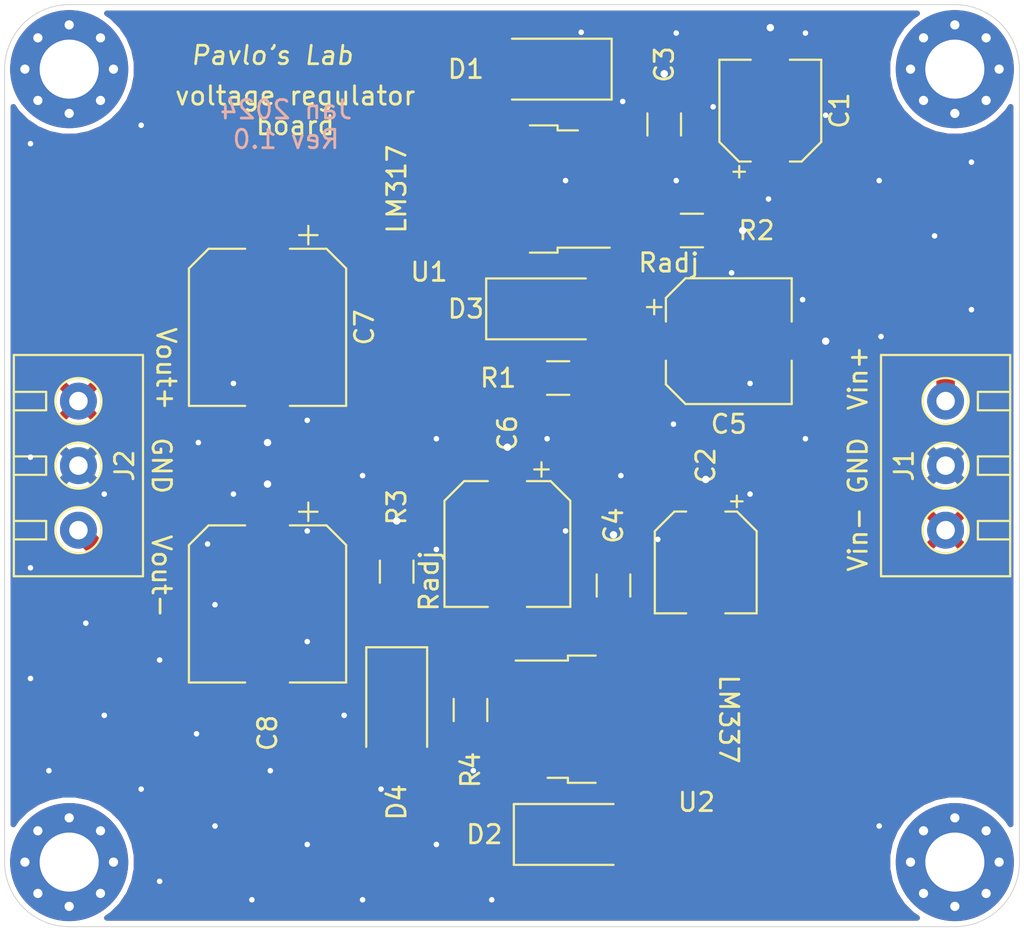
<source format=kicad_pcb>
(kicad_pcb (version 20171130) (host pcbnew "(5.1.6-0)")

  (general
    (thickness 1.6)
    (drawings 25)
    (tracks 101)
    (zones 0)
    (modules 24)
    (nets 8)
  )

  (page A4)
  (title_block
    (title "LM317/LM337 voltage regulator board")
    (date 2024-01-11)
    (rev 1.0)
    (company "Pavlo's Lab")
  )

  (layers
    (0 F.Cu signal)
    (31 B.Cu signal)
    (32 B.Adhes user)
    (33 F.Adhes user)
    (34 B.Paste user)
    (35 F.Paste user)
    (36 B.SilkS user hide)
    (37 F.SilkS user)
    (38 B.Mask user)
    (39 F.Mask user)
    (40 Dwgs.User user)
    (41 Cmts.User user)
    (42 Eco1.User user)
    (43 Eco2.User user)
    (44 Edge.Cuts user)
    (45 Margin user)
    (46 B.CrtYd user)
    (47 F.CrtYd user)
    (48 B.Fab user)
    (49 F.Fab user hide)
  )

  (setup
    (last_trace_width 0.3)
    (user_trace_width 1)
    (trace_clearance 0.3)
    (zone_clearance 0.3)
    (zone_45_only no)
    (trace_min 0.3)
    (via_size 0.8)
    (via_drill 0.4)
    (via_min_size 0.3)
    (via_min_drill 0.3)
    (user_via 0.7 0.3)
    (uvia_size 0.3)
    (uvia_drill 0.1)
    (uvias_allowed no)
    (uvia_min_size 0.3)
    (uvia_min_drill 0.1)
    (edge_width 0.05)
    (segment_width 0.2)
    (pcb_text_width 0.3)
    (pcb_text_size 1.5 1.5)
    (mod_edge_width 0.12)
    (mod_text_size 1 1)
    (mod_text_width 0.15)
    (pad_size 1.524 1.524)
    (pad_drill 0.762)
    (pad_to_mask_clearance 0.05)
    (aux_axis_origin 0 0)
    (visible_elements FFFFFF7F)
    (pcbplotparams
      (layerselection 0x010fc_ffffffff)
      (usegerberextensions false)
      (usegerberattributes true)
      (usegerberadvancedattributes true)
      (creategerberjobfile true)
      (excludeedgelayer true)
      (linewidth 0.100000)
      (plotframeref false)
      (viasonmask false)
      (mode 1)
      (useauxorigin false)
      (hpglpennumber 1)
      (hpglpenspeed 20)
      (hpglpendiameter 15.000000)
      (psnegative false)
      (psa4output false)
      (plotreference true)
      (plotvalue true)
      (plotinvisibletext false)
      (padsonsilk false)
      (subtractmaskfromsilk false)
      (outputformat 1)
      (mirror false)
      (drillshape 0)
      (scaleselection 1)
      (outputdirectory "gerber/"))
  )

  (net 0 "")
  (net 1 GND)
  (net 2 /VI+)
  (net 3 /VI-)
  (net 4 /ADJ+)
  (net 5 /ADJ-)
  (net 6 /VO+)
  (net 7 /VO-)

  (net_class Default "This is the default net class."
    (clearance 0.3)
    (trace_width 0.3)
    (via_dia 0.8)
    (via_drill 0.4)
    (uvia_dia 0.3)
    (uvia_drill 0.1)
    (diff_pair_width 0.3)
    (diff_pair_gap 0.25)
    (add_net /ADJ+)
    (add_net /ADJ-)
    (add_net /VI+)
    (add_net /VI-)
    (add_net /VO+)
    (add_net /VO-)
    (add_net GND)
  )

  (module MountingHole:MountingHole_3.2mm_M3_Pad_Via (layer F.Cu) (tedit 56DDBCCA) (tstamp 659F46C9)
    (at 108.5 81)
    (descr "Mounting Hole 3.2mm, M3")
    (tags "mounting hole 3.2mm m3")
    (path /659F6DB5)
    (attr virtual)
    (fp_text reference H4 (at 0 -4.2) (layer F.SilkS) hide
      (effects (font (size 1 1) (thickness 0.15)))
    )
    (fp_text value MountingHole (at 0 4.2) (layer F.Fab)
      (effects (font (size 1 1) (thickness 0.15)))
    )
    (fp_circle (center 0 0) (end 3.2 0) (layer Cmts.User) (width 0.15))
    (fp_circle (center 0 0) (end 3.45 0) (layer F.CrtYd) (width 0.05))
    (fp_text user %R (at 0.3 0) (layer F.Fab)
      (effects (font (size 1 1) (thickness 0.15)))
    )
    (pad 1 thru_hole circle (at 1.697056 -1.697056) (size 0.8 0.8) (drill 0.5) (layers *.Cu *.Mask))
    (pad 1 thru_hole circle (at 0 -2.4) (size 0.8 0.8) (drill 0.5) (layers *.Cu *.Mask))
    (pad 1 thru_hole circle (at -1.697056 -1.697056) (size 0.8 0.8) (drill 0.5) (layers *.Cu *.Mask))
    (pad 1 thru_hole circle (at -2.4 0) (size 0.8 0.8) (drill 0.5) (layers *.Cu *.Mask))
    (pad 1 thru_hole circle (at -1.697056 1.697056) (size 0.8 0.8) (drill 0.5) (layers *.Cu *.Mask))
    (pad 1 thru_hole circle (at 0 2.4) (size 0.8 0.8) (drill 0.5) (layers *.Cu *.Mask))
    (pad 1 thru_hole circle (at 1.697056 1.697056) (size 0.8 0.8) (drill 0.5) (layers *.Cu *.Mask))
    (pad 1 thru_hole circle (at 2.4 0) (size 0.8 0.8) (drill 0.5) (layers *.Cu *.Mask))
    (pad 1 thru_hole circle (at 0 0) (size 6.4 6.4) (drill 3.2) (layers *.Cu *.Mask))
  )

  (module MountingHole:MountingHole_3.2mm_M3_Pad_Via (layer F.Cu) (tedit 56DDBCCA) (tstamp 659F46B9)
    (at 156.5 81)
    (descr "Mounting Hole 3.2mm, M3")
    (tags "mounting hole 3.2mm m3")
    (path /659F6B6D)
    (attr virtual)
    (fp_text reference H3 (at 0 -4.2) (layer F.SilkS) hide
      (effects (font (size 1 1) (thickness 0.15)))
    )
    (fp_text value MountingHole (at 0 4.2) (layer F.Fab)
      (effects (font (size 1 1) (thickness 0.15)))
    )
    (fp_circle (center 0 0) (end 3.2 0) (layer Cmts.User) (width 0.15))
    (fp_circle (center 0 0) (end 3.45 0) (layer F.CrtYd) (width 0.05))
    (fp_text user %R (at 0.3 0) (layer F.Fab)
      (effects (font (size 1 1) (thickness 0.15)))
    )
    (pad 1 thru_hole circle (at 1.697056 -1.697056) (size 0.8 0.8) (drill 0.5) (layers *.Cu *.Mask))
    (pad 1 thru_hole circle (at 0 -2.4) (size 0.8 0.8) (drill 0.5) (layers *.Cu *.Mask))
    (pad 1 thru_hole circle (at -1.697056 -1.697056) (size 0.8 0.8) (drill 0.5) (layers *.Cu *.Mask))
    (pad 1 thru_hole circle (at -2.4 0) (size 0.8 0.8) (drill 0.5) (layers *.Cu *.Mask))
    (pad 1 thru_hole circle (at -1.697056 1.697056) (size 0.8 0.8) (drill 0.5) (layers *.Cu *.Mask))
    (pad 1 thru_hole circle (at 0 2.4) (size 0.8 0.8) (drill 0.5) (layers *.Cu *.Mask))
    (pad 1 thru_hole circle (at 1.697056 1.697056) (size 0.8 0.8) (drill 0.5) (layers *.Cu *.Mask))
    (pad 1 thru_hole circle (at 2.4 0) (size 0.8 0.8) (drill 0.5) (layers *.Cu *.Mask))
    (pad 1 thru_hole circle (at 0 0) (size 6.4 6.4) (drill 3.2) (layers *.Cu *.Mask))
  )

  (module MountingHole:MountingHole_3.2mm_M3_Pad_Via (layer F.Cu) (tedit 56DDBCCA) (tstamp 659F46A9)
    (at 156.5 124)
    (descr "Mounting Hole 3.2mm, M3")
    (tags "mounting hole 3.2mm m3")
    (path /659F67D1)
    (attr virtual)
    (fp_text reference H2 (at 0 -4.2) (layer F.SilkS) hide
      (effects (font (size 1 1) (thickness 0.15)))
    )
    (fp_text value MountingHole (at 0 4.2) (layer F.Fab)
      (effects (font (size 1 1) (thickness 0.15)))
    )
    (fp_circle (center 0 0) (end 3.2 0) (layer Cmts.User) (width 0.15))
    (fp_circle (center 0 0) (end 3.45 0) (layer F.CrtYd) (width 0.05))
    (fp_text user %R (at 0.3 0) (layer F.Fab)
      (effects (font (size 1 1) (thickness 0.15)))
    )
    (pad 1 thru_hole circle (at 1.697056 -1.697056) (size 0.8 0.8) (drill 0.5) (layers *.Cu *.Mask))
    (pad 1 thru_hole circle (at 0 -2.4) (size 0.8 0.8) (drill 0.5) (layers *.Cu *.Mask))
    (pad 1 thru_hole circle (at -1.697056 -1.697056) (size 0.8 0.8) (drill 0.5) (layers *.Cu *.Mask))
    (pad 1 thru_hole circle (at -2.4 0) (size 0.8 0.8) (drill 0.5) (layers *.Cu *.Mask))
    (pad 1 thru_hole circle (at -1.697056 1.697056) (size 0.8 0.8) (drill 0.5) (layers *.Cu *.Mask))
    (pad 1 thru_hole circle (at 0 2.4) (size 0.8 0.8) (drill 0.5) (layers *.Cu *.Mask))
    (pad 1 thru_hole circle (at 1.697056 1.697056) (size 0.8 0.8) (drill 0.5) (layers *.Cu *.Mask))
    (pad 1 thru_hole circle (at 2.4 0) (size 0.8 0.8) (drill 0.5) (layers *.Cu *.Mask))
    (pad 1 thru_hole circle (at 0 0) (size 6.4 6.4) (drill 3.2) (layers *.Cu *.Mask))
  )

  (module MountingHole:MountingHole_3.2mm_M3_Pad_Via (layer F.Cu) (tedit 56DDBCCA) (tstamp 659F4699)
    (at 108.5 124)
    (descr "Mounting Hole 3.2mm, M3")
    (tags "mounting hole 3.2mm m3")
    (path /659F5897)
    (attr virtual)
    (fp_text reference H1 (at 0 -4.2) (layer F.SilkS) hide
      (effects (font (size 1 1) (thickness 0.15)))
    )
    (fp_text value MountingHole (at 0 4.2) (layer F.Fab)
      (effects (font (size 1 1) (thickness 0.15)))
    )
    (fp_circle (center 0 0) (end 3.2 0) (layer Cmts.User) (width 0.15))
    (fp_circle (center 0 0) (end 3.45 0) (layer F.CrtYd) (width 0.05))
    (fp_text user %R (at 0.3 0) (layer F.Fab)
      (effects (font (size 1 1) (thickness 0.15)))
    )
    (pad 1 thru_hole circle (at 1.697056 -1.697056) (size 0.8 0.8) (drill 0.5) (layers *.Cu *.Mask))
    (pad 1 thru_hole circle (at 0 -2.4) (size 0.8 0.8) (drill 0.5) (layers *.Cu *.Mask))
    (pad 1 thru_hole circle (at -1.697056 -1.697056) (size 0.8 0.8) (drill 0.5) (layers *.Cu *.Mask))
    (pad 1 thru_hole circle (at -2.4 0) (size 0.8 0.8) (drill 0.5) (layers *.Cu *.Mask))
    (pad 1 thru_hole circle (at -1.697056 1.697056) (size 0.8 0.8) (drill 0.5) (layers *.Cu *.Mask))
    (pad 1 thru_hole circle (at 0 2.4) (size 0.8 0.8) (drill 0.5) (layers *.Cu *.Mask))
    (pad 1 thru_hole circle (at 1.697056 1.697056) (size 0.8 0.8) (drill 0.5) (layers *.Cu *.Mask))
    (pad 1 thru_hole circle (at 2.4 0) (size 0.8 0.8) (drill 0.5) (layers *.Cu *.Mask))
    (pad 1 thru_hole circle (at 0 0) (size 6.4 6.4) (drill 3.2) (layers *.Cu *.Mask))
  )

  (module Capacitor_SMD:CP_Elec_5x5.3 (layer F.Cu) (tedit 5BCA39CF) (tstamp 659E2790)
    (at 143 107.75 270)
    (descr "SMD capacitor, aluminum electrolytic, Nichicon, 5.0x5.3mm")
    (tags "capacitor electrolytic")
    (path /659E64AB)
    (attr smd)
    (fp_text reference C2 (at -5.25 0 90) (layer F.SilkS)
      (effects (font (size 1 1) (thickness 0.15)))
    )
    (fp_text value 10uF (at 0 3.7 90) (layer F.Fab)
      (effects (font (size 1 1) (thickness 0.15)))
    )
    (fp_line (start -3.95 1.05) (end -2.9 1.05) (layer F.CrtYd) (width 0.05))
    (fp_line (start -3.95 -1.05) (end -3.95 1.05) (layer F.CrtYd) (width 0.05))
    (fp_line (start -2.9 -1.05) (end -3.95 -1.05) (layer F.CrtYd) (width 0.05))
    (fp_line (start -2.9 1.05) (end -2.9 1.75) (layer F.CrtYd) (width 0.05))
    (fp_line (start -2.9 -1.75) (end -2.9 -1.05) (layer F.CrtYd) (width 0.05))
    (fp_line (start -2.9 -1.75) (end -1.75 -2.9) (layer F.CrtYd) (width 0.05))
    (fp_line (start -2.9 1.75) (end -1.75 2.9) (layer F.CrtYd) (width 0.05))
    (fp_line (start -1.75 -2.9) (end 2.9 -2.9) (layer F.CrtYd) (width 0.05))
    (fp_line (start -1.75 2.9) (end 2.9 2.9) (layer F.CrtYd) (width 0.05))
    (fp_line (start 2.9 1.05) (end 2.9 2.9) (layer F.CrtYd) (width 0.05))
    (fp_line (start 3.95 1.05) (end 2.9 1.05) (layer F.CrtYd) (width 0.05))
    (fp_line (start 3.95 -1.05) (end 3.95 1.05) (layer F.CrtYd) (width 0.05))
    (fp_line (start 2.9 -1.05) (end 3.95 -1.05) (layer F.CrtYd) (width 0.05))
    (fp_line (start 2.9 -2.9) (end 2.9 -1.05) (layer F.CrtYd) (width 0.05))
    (fp_line (start -3.3125 -1.9975) (end -3.3125 -1.3725) (layer F.SilkS) (width 0.12))
    (fp_line (start -3.625 -1.685) (end -3 -1.685) (layer F.SilkS) (width 0.12))
    (fp_line (start -2.76 1.695563) (end -1.695563 2.76) (layer F.SilkS) (width 0.12))
    (fp_line (start -2.76 -1.695563) (end -1.695563 -2.76) (layer F.SilkS) (width 0.12))
    (fp_line (start -2.76 -1.695563) (end -2.76 -1.06) (layer F.SilkS) (width 0.12))
    (fp_line (start -2.76 1.695563) (end -2.76 1.06) (layer F.SilkS) (width 0.12))
    (fp_line (start -1.695563 2.76) (end 2.76 2.76) (layer F.SilkS) (width 0.12))
    (fp_line (start -1.695563 -2.76) (end 2.76 -2.76) (layer F.SilkS) (width 0.12))
    (fp_line (start 2.76 -2.76) (end 2.76 -1.06) (layer F.SilkS) (width 0.12))
    (fp_line (start 2.76 2.76) (end 2.76 1.06) (layer F.SilkS) (width 0.12))
    (fp_line (start -1.783956 -1.45) (end -1.783956 -0.95) (layer F.Fab) (width 0.1))
    (fp_line (start -2.033956 -1.2) (end -1.533956 -1.2) (layer F.Fab) (width 0.1))
    (fp_line (start -2.65 1.65) (end -1.65 2.65) (layer F.Fab) (width 0.1))
    (fp_line (start -2.65 -1.65) (end -1.65 -2.65) (layer F.Fab) (width 0.1))
    (fp_line (start -2.65 -1.65) (end -2.65 1.65) (layer F.Fab) (width 0.1))
    (fp_line (start -1.65 2.65) (end 2.65 2.65) (layer F.Fab) (width 0.1))
    (fp_line (start -1.65 -2.65) (end 2.65 -2.65) (layer F.Fab) (width 0.1))
    (fp_line (start 2.65 -2.65) (end 2.65 2.65) (layer F.Fab) (width 0.1))
    (fp_circle (center 0 0) (end 2.5 0) (layer F.Fab) (width 0.1))
    (fp_text user %R (at 0 0 90) (layer F.Fab)
      (effects (font (size 1 1) (thickness 0.15)))
    )
    (pad 2 smd roundrect (at 2.2 0 270) (size 3 1.6) (layers F.Cu F.Paste F.Mask) (roundrect_rratio 0.15625)
      (net 3 /VI-))
    (pad 1 smd roundrect (at -2.2 0 270) (size 3 1.6) (layers F.Cu F.Paste F.Mask) (roundrect_rratio 0.15625)
      (net 1 GND))
    (model ${KISYS3DMOD}/Capacitor_SMD.3dshapes/CP_Elec_5x5.3.wrl
      (at (xyz 0 0 0))
      (scale (xyz 1 1 1))
      (rotate (xyz 0 0 0))
    )
  )

  (module Capacitor_SMD:CP_Elec_5x5.3 (layer F.Cu) (tedit 5BCA39CF) (tstamp 659E2768)
    (at 146.5 83.25 90)
    (descr "SMD capacitor, aluminum electrolytic, Nichicon, 5.0x5.3mm")
    (tags "capacitor electrolytic")
    (path /659E6D57)
    (attr smd)
    (fp_text reference C1 (at 0 3.75 90) (layer F.SilkS)
      (effects (font (size 1 1) (thickness 0.15)))
    )
    (fp_text value 10uF (at 0 3.7 90) (layer F.Fab)
      (effects (font (size 1 1) (thickness 0.15)))
    )
    (fp_line (start -3.95 1.05) (end -2.9 1.05) (layer F.CrtYd) (width 0.05))
    (fp_line (start -3.95 -1.05) (end -3.95 1.05) (layer F.CrtYd) (width 0.05))
    (fp_line (start -2.9 -1.05) (end -3.95 -1.05) (layer F.CrtYd) (width 0.05))
    (fp_line (start -2.9 1.05) (end -2.9 1.75) (layer F.CrtYd) (width 0.05))
    (fp_line (start -2.9 -1.75) (end -2.9 -1.05) (layer F.CrtYd) (width 0.05))
    (fp_line (start -2.9 -1.75) (end -1.75 -2.9) (layer F.CrtYd) (width 0.05))
    (fp_line (start -2.9 1.75) (end -1.75 2.9) (layer F.CrtYd) (width 0.05))
    (fp_line (start -1.75 -2.9) (end 2.9 -2.9) (layer F.CrtYd) (width 0.05))
    (fp_line (start -1.75 2.9) (end 2.9 2.9) (layer F.CrtYd) (width 0.05))
    (fp_line (start 2.9 1.05) (end 2.9 2.9) (layer F.CrtYd) (width 0.05))
    (fp_line (start 3.95 1.05) (end 2.9 1.05) (layer F.CrtYd) (width 0.05))
    (fp_line (start 3.95 -1.05) (end 3.95 1.05) (layer F.CrtYd) (width 0.05))
    (fp_line (start 2.9 -1.05) (end 3.95 -1.05) (layer F.CrtYd) (width 0.05))
    (fp_line (start 2.9 -2.9) (end 2.9 -1.05) (layer F.CrtYd) (width 0.05))
    (fp_line (start -3.3125 -1.9975) (end -3.3125 -1.3725) (layer F.SilkS) (width 0.12))
    (fp_line (start -3.625 -1.685) (end -3 -1.685) (layer F.SilkS) (width 0.12))
    (fp_line (start -2.76 1.695563) (end -1.695563 2.76) (layer F.SilkS) (width 0.12))
    (fp_line (start -2.76 -1.695563) (end -1.695563 -2.76) (layer F.SilkS) (width 0.12))
    (fp_line (start -2.76 -1.695563) (end -2.76 -1.06) (layer F.SilkS) (width 0.12))
    (fp_line (start -2.76 1.695563) (end -2.76 1.06) (layer F.SilkS) (width 0.12))
    (fp_line (start -1.695563 2.76) (end 2.76 2.76) (layer F.SilkS) (width 0.12))
    (fp_line (start -1.695563 -2.76) (end 2.76 -2.76) (layer F.SilkS) (width 0.12))
    (fp_line (start 2.76 -2.76) (end 2.76 -1.06) (layer F.SilkS) (width 0.12))
    (fp_line (start 2.76 2.76) (end 2.76 1.06) (layer F.SilkS) (width 0.12))
    (fp_line (start -1.783956 -1.45) (end -1.783956 -0.95) (layer F.Fab) (width 0.1))
    (fp_line (start -2.033956 -1.2) (end -1.533956 -1.2) (layer F.Fab) (width 0.1))
    (fp_line (start -2.65 1.65) (end -1.65 2.65) (layer F.Fab) (width 0.1))
    (fp_line (start -2.65 -1.65) (end -1.65 -2.65) (layer F.Fab) (width 0.1))
    (fp_line (start -2.65 -1.65) (end -2.65 1.65) (layer F.Fab) (width 0.1))
    (fp_line (start -1.65 2.65) (end 2.65 2.65) (layer F.Fab) (width 0.1))
    (fp_line (start -1.65 -2.65) (end 2.65 -2.65) (layer F.Fab) (width 0.1))
    (fp_line (start 2.65 -2.65) (end 2.65 2.65) (layer F.Fab) (width 0.1))
    (fp_circle (center 0 0) (end 2.5 0) (layer F.Fab) (width 0.1))
    (fp_text user %R (at 0 0 90) (layer F.Fab)
      (effects (font (size 1 1) (thickness 0.15)))
    )
    (pad 2 smd roundrect (at 2.2 0 90) (size 3 1.6) (layers F.Cu F.Paste F.Mask) (roundrect_rratio 0.15625)
      (net 1 GND))
    (pad 1 smd roundrect (at -2.2 0 90) (size 3 1.6) (layers F.Cu F.Paste F.Mask) (roundrect_rratio 0.15625)
      (net 2 /VI+))
    (model ${KISYS3DMOD}/Capacitor_SMD.3dshapes/CP_Elec_5x5.3.wrl
      (at (xyz 0 0 0))
      (scale (xyz 1 1 1))
      (rotate (xyz 0 0 0))
    )
  )

  (module Resistor_SMD:R_1206_3216Metric (layer F.Cu) (tedit 5B301BBD) (tstamp 659D2E90)
    (at 130.25 115.75 270)
    (descr "Resistor SMD 1206 (3216 Metric), square (rectangular) end terminal, IPC_7351 nominal, (Body size source: http://www.tortai-tech.com/upload/download/2011102023233369053.pdf), generated with kicad-footprint-generator")
    (tags resistor)
    (path /659D38E5)
    (attr smd)
    (fp_text reference R4 (at 3.25 0 90) (layer F.SilkS)
      (effects (font (size 1 1) (thickness 0.15)))
    )
    (fp_text value 120R (at 0 1.82 90) (layer F.Fab)
      (effects (font (size 1 1) (thickness 0.15)))
    )
    (fp_line (start -1.6 0.8) (end -1.6 -0.8) (layer F.Fab) (width 0.1))
    (fp_line (start -1.6 -0.8) (end 1.6 -0.8) (layer F.Fab) (width 0.1))
    (fp_line (start 1.6 -0.8) (end 1.6 0.8) (layer F.Fab) (width 0.1))
    (fp_line (start 1.6 0.8) (end -1.6 0.8) (layer F.Fab) (width 0.1))
    (fp_line (start -0.602064 -0.91) (end 0.602064 -0.91) (layer F.SilkS) (width 0.12))
    (fp_line (start -0.602064 0.91) (end 0.602064 0.91) (layer F.SilkS) (width 0.12))
    (fp_line (start -2.28 1.12) (end -2.28 -1.12) (layer F.CrtYd) (width 0.05))
    (fp_line (start -2.28 -1.12) (end 2.28 -1.12) (layer F.CrtYd) (width 0.05))
    (fp_line (start 2.28 -1.12) (end 2.28 1.12) (layer F.CrtYd) (width 0.05))
    (fp_line (start 2.28 1.12) (end -2.28 1.12) (layer F.CrtYd) (width 0.05))
    (fp_text user %R (at 0 0 90) (layer F.Fab)
      (effects (font (size 0.8 0.8) (thickness 0.12)))
    )
    (pad 2 smd roundrect (at 1.4 0 270) (size 1.25 1.75) (layers F.Cu F.Paste F.Mask) (roundrect_rratio 0.2)
      (net 7 /VO-))
    (pad 1 smd roundrect (at -1.4 0 270) (size 1.25 1.75) (layers F.Cu F.Paste F.Mask) (roundrect_rratio 0.2)
      (net 5 /ADJ-))
    (model ${KISYS3DMOD}/Resistor_SMD.3dshapes/R_1206_3216Metric.wrl
      (at (xyz 0 0 0))
      (scale (xyz 1 1 1))
      (rotate (xyz 0 0 0))
    )
  )

  (module Resistor_SMD:R_1206_3216Metric (layer F.Cu) (tedit 5B301BBD) (tstamp 659D2E7F)
    (at 126.25 108.25 270)
    (descr "Resistor SMD 1206 (3216 Metric), square (rectangular) end terminal, IPC_7351 nominal, (Body size source: http://www.tortai-tech.com/upload/download/2011102023233369053.pdf), generated with kicad-footprint-generator")
    (tags resistor)
    (path /659D3447)
    (attr smd)
    (fp_text reference R3 (at -3.5 0 90) (layer F.SilkS)
      (effects (font (size 1 1) (thickness 0.15)))
    )
    (fp_text value 1K4 (at 0 1.82 90) (layer F.Fab)
      (effects (font (size 1 1) (thickness 0.15)))
    )
    (fp_line (start -1.6 0.8) (end -1.6 -0.8) (layer F.Fab) (width 0.1))
    (fp_line (start -1.6 -0.8) (end 1.6 -0.8) (layer F.Fab) (width 0.1))
    (fp_line (start 1.6 -0.8) (end 1.6 0.8) (layer F.Fab) (width 0.1))
    (fp_line (start 1.6 0.8) (end -1.6 0.8) (layer F.Fab) (width 0.1))
    (fp_line (start -0.602064 -0.91) (end 0.602064 -0.91) (layer F.SilkS) (width 0.12))
    (fp_line (start -0.602064 0.91) (end 0.602064 0.91) (layer F.SilkS) (width 0.12))
    (fp_line (start -2.28 1.12) (end -2.28 -1.12) (layer F.CrtYd) (width 0.05))
    (fp_line (start -2.28 -1.12) (end 2.28 -1.12) (layer F.CrtYd) (width 0.05))
    (fp_line (start 2.28 -1.12) (end 2.28 1.12) (layer F.CrtYd) (width 0.05))
    (fp_line (start 2.28 1.12) (end -2.28 1.12) (layer F.CrtYd) (width 0.05))
    (fp_text user %R (at 0 0 90) (layer F.Fab)
      (effects (font (size 0.8 0.8) (thickness 0.12)))
    )
    (pad 2 smd roundrect (at 1.4 0 270) (size 1.25 1.75) (layers F.Cu F.Paste F.Mask) (roundrect_rratio 0.2)
      (net 5 /ADJ-))
    (pad 1 smd roundrect (at -1.4 0 270) (size 1.25 1.75) (layers F.Cu F.Paste F.Mask) (roundrect_rratio 0.2)
      (net 1 GND))
    (model ${KISYS3DMOD}/Resistor_SMD.3dshapes/R_1206_3216Metric.wrl
      (at (xyz 0 0 0))
      (scale (xyz 1 1 1))
      (rotate (xyz 0 0 0))
    )
  )

  (module Resistor_SMD:R_1206_3216Metric (layer F.Cu) (tedit 5B301BBD) (tstamp 659D2E6E)
    (at 142.25 89.75)
    (descr "Resistor SMD 1206 (3216 Metric), square (rectangular) end terminal, IPC_7351 nominal, (Body size source: http://www.tortai-tech.com/upload/download/2011102023233369053.pdf), generated with kicad-footprint-generator")
    (tags resistor)
    (path /659CD4A9)
    (attr smd)
    (fp_text reference R2 (at 3.5 0) (layer F.SilkS)
      (effects (font (size 1 1) (thickness 0.15)))
    )
    (fp_text value 1K4 (at 0 1.82) (layer F.Fab)
      (effects (font (size 1 1) (thickness 0.15)))
    )
    (fp_line (start -1.6 0.8) (end -1.6 -0.8) (layer F.Fab) (width 0.1))
    (fp_line (start -1.6 -0.8) (end 1.6 -0.8) (layer F.Fab) (width 0.1))
    (fp_line (start 1.6 -0.8) (end 1.6 0.8) (layer F.Fab) (width 0.1))
    (fp_line (start 1.6 0.8) (end -1.6 0.8) (layer F.Fab) (width 0.1))
    (fp_line (start -0.602064 -0.91) (end 0.602064 -0.91) (layer F.SilkS) (width 0.12))
    (fp_line (start -0.602064 0.91) (end 0.602064 0.91) (layer F.SilkS) (width 0.12))
    (fp_line (start -2.28 1.12) (end -2.28 -1.12) (layer F.CrtYd) (width 0.05))
    (fp_line (start -2.28 -1.12) (end 2.28 -1.12) (layer F.CrtYd) (width 0.05))
    (fp_line (start 2.28 -1.12) (end 2.28 1.12) (layer F.CrtYd) (width 0.05))
    (fp_line (start 2.28 1.12) (end -2.28 1.12) (layer F.CrtYd) (width 0.05))
    (fp_text user %R (at 0 0) (layer F.Fab)
      (effects (font (size 0.8 0.8) (thickness 0.12)))
    )
    (pad 2 smd roundrect (at 1.4 0) (size 1.25 1.75) (layers F.Cu F.Paste F.Mask) (roundrect_rratio 0.2)
      (net 1 GND))
    (pad 1 smd roundrect (at -1.4 0) (size 1.25 1.75) (layers F.Cu F.Paste F.Mask) (roundrect_rratio 0.2)
      (net 4 /ADJ+))
    (model ${KISYS3DMOD}/Resistor_SMD.3dshapes/R_1206_3216Metric.wrl
      (at (xyz 0 0 0))
      (scale (xyz 1 1 1))
      (rotate (xyz 0 0 0))
    )
  )

  (module Resistor_SMD:R_1206_3216Metric (layer F.Cu) (tedit 5B301BBD) (tstamp 659D2E5D)
    (at 135 97.75)
    (descr "Resistor SMD 1206 (3216 Metric), square (rectangular) end terminal, IPC_7351 nominal, (Body size source: http://www.tortai-tech.com/upload/download/2011102023233369053.pdf), generated with kicad-footprint-generator")
    (tags resistor)
    (path /659CE173)
    (attr smd)
    (fp_text reference R1 (at -3.25 0) (layer F.SilkS)
      (effects (font (size 1 1) (thickness 0.15)))
    )
    (fp_text value 120R (at 0 1.82) (layer F.Fab)
      (effects (font (size 1 1) (thickness 0.15)))
    )
    (fp_line (start -1.6 0.8) (end -1.6 -0.8) (layer F.Fab) (width 0.1))
    (fp_line (start -1.6 -0.8) (end 1.6 -0.8) (layer F.Fab) (width 0.1))
    (fp_line (start 1.6 -0.8) (end 1.6 0.8) (layer F.Fab) (width 0.1))
    (fp_line (start 1.6 0.8) (end -1.6 0.8) (layer F.Fab) (width 0.1))
    (fp_line (start -0.602064 -0.91) (end 0.602064 -0.91) (layer F.SilkS) (width 0.12))
    (fp_line (start -0.602064 0.91) (end 0.602064 0.91) (layer F.SilkS) (width 0.12))
    (fp_line (start -2.28 1.12) (end -2.28 -1.12) (layer F.CrtYd) (width 0.05))
    (fp_line (start -2.28 -1.12) (end 2.28 -1.12) (layer F.CrtYd) (width 0.05))
    (fp_line (start 2.28 -1.12) (end 2.28 1.12) (layer F.CrtYd) (width 0.05))
    (fp_line (start 2.28 1.12) (end -2.28 1.12) (layer F.CrtYd) (width 0.05))
    (fp_text user %R (at 0 0) (layer F.Fab)
      (effects (font (size 0.8 0.8) (thickness 0.12)))
    )
    (pad 2 smd roundrect (at 1.4 0) (size 1.25 1.75) (layers F.Cu F.Paste F.Mask) (roundrect_rratio 0.2)
      (net 4 /ADJ+))
    (pad 1 smd roundrect (at -1.4 0) (size 1.25 1.75) (layers F.Cu F.Paste F.Mask) (roundrect_rratio 0.2)
      (net 6 /VO+))
    (model ${KISYS3DMOD}/Resistor_SMD.3dshapes/R_1206_3216Metric.wrl
      (at (xyz 0 0 0))
      (scale (xyz 1 1 1))
      (rotate (xyz 0 0 0))
    )
  )

  (module Capacitor_SMD:C_1206_3216Metric (layer F.Cu) (tedit 5B301BBE) (tstamp 659D2D1E)
    (at 138 109 270)
    (descr "Capacitor SMD 1206 (3216 Metric), square (rectangular) end terminal, IPC_7351 nominal, (Body size source: http://www.tortai-tech.com/upload/download/2011102023233369053.pdf), generated with kicad-footprint-generator")
    (tags capacitor)
    (path /659D524C)
    (attr smd)
    (fp_text reference C4 (at -3.25 0 90) (layer F.SilkS)
      (effects (font (size 1 1) (thickness 0.15)))
    )
    (fp_text value 1uF (at 0 1.82 90) (layer F.Fab)
      (effects (font (size 1 1) (thickness 0.15)))
    )
    (fp_line (start -1.6 0.8) (end -1.6 -0.8) (layer F.Fab) (width 0.1))
    (fp_line (start -1.6 -0.8) (end 1.6 -0.8) (layer F.Fab) (width 0.1))
    (fp_line (start 1.6 -0.8) (end 1.6 0.8) (layer F.Fab) (width 0.1))
    (fp_line (start 1.6 0.8) (end -1.6 0.8) (layer F.Fab) (width 0.1))
    (fp_line (start -0.602064 -0.91) (end 0.602064 -0.91) (layer F.SilkS) (width 0.12))
    (fp_line (start -0.602064 0.91) (end 0.602064 0.91) (layer F.SilkS) (width 0.12))
    (fp_line (start -2.28 1.12) (end -2.28 -1.12) (layer F.CrtYd) (width 0.05))
    (fp_line (start -2.28 -1.12) (end 2.28 -1.12) (layer F.CrtYd) (width 0.05))
    (fp_line (start 2.28 -1.12) (end 2.28 1.12) (layer F.CrtYd) (width 0.05))
    (fp_line (start 2.28 1.12) (end -2.28 1.12) (layer F.CrtYd) (width 0.05))
    (fp_text user %R (at 0 0 90) (layer F.Fab)
      (effects (font (size 0.8 0.8) (thickness 0.12)))
    )
    (pad 2 smd roundrect (at 1.4 0 270) (size 1.25 1.75) (layers F.Cu F.Paste F.Mask) (roundrect_rratio 0.2)
      (net 3 /VI-))
    (pad 1 smd roundrect (at -1.4 0 270) (size 1.25 1.75) (layers F.Cu F.Paste F.Mask) (roundrect_rratio 0.2)
      (net 1 GND))
    (model ${KISYS3DMOD}/Capacitor_SMD.3dshapes/C_1206_3216Metric.wrl
      (at (xyz 0 0 0))
      (scale (xyz 1 1 1))
      (rotate (xyz 0 0 0))
    )
  )

  (module Capacitor_SMD:C_1206_3216Metric (layer F.Cu) (tedit 5B301BBE) (tstamp 659D2D0D)
    (at 140.75 84 90)
    (descr "Capacitor SMD 1206 (3216 Metric), square (rectangular) end terminal, IPC_7351 nominal, (Body size source: http://www.tortai-tech.com/upload/download/2011102023233369053.pdf), generated with kicad-footprint-generator")
    (tags capacitor)
    (path /659D295C)
    (attr smd)
    (fp_text reference C3 (at 3.25 0 90) (layer F.SilkS)
      (effects (font (size 1 1) (thickness 0.15)))
    )
    (fp_text value 1uF (at 0 1.82 90) (layer F.Fab)
      (effects (font (size 1 1) (thickness 0.15)))
    )
    (fp_line (start -1.6 0.8) (end -1.6 -0.8) (layer F.Fab) (width 0.1))
    (fp_line (start -1.6 -0.8) (end 1.6 -0.8) (layer F.Fab) (width 0.1))
    (fp_line (start 1.6 -0.8) (end 1.6 0.8) (layer F.Fab) (width 0.1))
    (fp_line (start 1.6 0.8) (end -1.6 0.8) (layer F.Fab) (width 0.1))
    (fp_line (start -0.602064 -0.91) (end 0.602064 -0.91) (layer F.SilkS) (width 0.12))
    (fp_line (start -0.602064 0.91) (end 0.602064 0.91) (layer F.SilkS) (width 0.12))
    (fp_line (start -2.28 1.12) (end -2.28 -1.12) (layer F.CrtYd) (width 0.05))
    (fp_line (start -2.28 -1.12) (end 2.28 -1.12) (layer F.CrtYd) (width 0.05))
    (fp_line (start 2.28 -1.12) (end 2.28 1.12) (layer F.CrtYd) (width 0.05))
    (fp_line (start 2.28 1.12) (end -2.28 1.12) (layer F.CrtYd) (width 0.05))
    (fp_text user %R (at 0 0 90) (layer F.Fab)
      (effects (font (size 0.8 0.8) (thickness 0.12)))
    )
    (pad 2 smd roundrect (at 1.4 0 90) (size 1.25 1.75) (layers F.Cu F.Paste F.Mask) (roundrect_rratio 0.2)
      (net 1 GND))
    (pad 1 smd roundrect (at -1.4 0 90) (size 1.25 1.75) (layers F.Cu F.Paste F.Mask) (roundrect_rratio 0.2)
      (net 2 /VI+))
    (model ${KISYS3DMOD}/Capacitor_SMD.3dshapes/C_1206_3216Metric.wrl
      (at (xyz 0 0 0))
      (scale (xyz 1 1 1))
      (rotate (xyz 0 0 0))
    )
  )

  (module Package_TO_SOT_SMD:TO-252-2 (layer F.Cu) (tedit 5A70A390) (tstamp 659D2ED8)
    (at 138 116.25)
    (descr "TO-252 / DPAK SMD package, http://www.infineon.com/cms/en/product/packages/PG-TO252/PG-TO252-3-1/")
    (tags "DPAK TO-252 DPAK-3 TO-252-3 SOT-428")
    (path /659CC4F2)
    (attr smd)
    (fp_text reference U2 (at 4.5 4.5) (layer F.SilkS)
      (effects (font (size 1 1) (thickness 0.15)))
    )
    (fp_text value LM337_TO252 (at 0 4.5) (layer F.Fab)
      (effects (font (size 1 1) (thickness 0.15)))
    )
    (fp_line (start 3.95 -2.7) (end 4.95 -2.7) (layer F.Fab) (width 0.1))
    (fp_line (start 4.95 -2.7) (end 4.95 2.7) (layer F.Fab) (width 0.1))
    (fp_line (start 4.95 2.7) (end 3.95 2.7) (layer F.Fab) (width 0.1))
    (fp_line (start 3.95 -3.25) (end 3.95 3.25) (layer F.Fab) (width 0.1))
    (fp_line (start 3.95 3.25) (end -2.27 3.25) (layer F.Fab) (width 0.1))
    (fp_line (start -2.27 3.25) (end -2.27 -2.25) (layer F.Fab) (width 0.1))
    (fp_line (start -2.27 -2.25) (end -1.27 -3.25) (layer F.Fab) (width 0.1))
    (fp_line (start -1.27 -3.25) (end 3.95 -3.25) (layer F.Fab) (width 0.1))
    (fp_line (start -1.865 -2.655) (end -4.97 -2.655) (layer F.Fab) (width 0.1))
    (fp_line (start -4.97 -2.655) (end -4.97 -1.905) (layer F.Fab) (width 0.1))
    (fp_line (start -4.97 -1.905) (end -2.27 -1.905) (layer F.Fab) (width 0.1))
    (fp_line (start -2.27 1.905) (end -4.97 1.905) (layer F.Fab) (width 0.1))
    (fp_line (start -4.97 1.905) (end -4.97 2.655) (layer F.Fab) (width 0.1))
    (fp_line (start -4.97 2.655) (end -2.27 2.655) (layer F.Fab) (width 0.1))
    (fp_line (start -0.97 -3.45) (end -2.47 -3.45) (layer F.SilkS) (width 0.12))
    (fp_line (start -2.47 -3.45) (end -2.47 -3.18) (layer F.SilkS) (width 0.12))
    (fp_line (start -2.47 -3.18) (end -5.3 -3.18) (layer F.SilkS) (width 0.12))
    (fp_line (start -0.97 3.45) (end -2.47 3.45) (layer F.SilkS) (width 0.12))
    (fp_line (start -2.47 3.45) (end -2.47 3.18) (layer F.SilkS) (width 0.12))
    (fp_line (start -2.47 3.18) (end -3.57 3.18) (layer F.SilkS) (width 0.12))
    (fp_line (start -5.55 -3.5) (end -5.55 3.5) (layer F.CrtYd) (width 0.05))
    (fp_line (start -5.55 3.5) (end 5.55 3.5) (layer F.CrtYd) (width 0.05))
    (fp_line (start 5.55 3.5) (end 5.55 -3.5) (layer F.CrtYd) (width 0.05))
    (fp_line (start 5.55 -3.5) (end -5.55 -3.5) (layer F.CrtYd) (width 0.05))
    (fp_text user %R (at 0 0) (layer F.Fab)
      (effects (font (size 1 1) (thickness 0.15)))
    )
    (pad "" smd rect (at 0.425 1.525) (size 3.05 2.75) (layers F.Paste))
    (pad "" smd rect (at 3.775 -1.525) (size 3.05 2.75) (layers F.Paste))
    (pad "" smd rect (at 0.425 -1.525) (size 3.05 2.75) (layers F.Paste))
    (pad "" smd rect (at 3.775 1.525) (size 3.05 2.75) (layers F.Paste))
    (pad 2 smd rect (at 2.1 0) (size 6.4 5.8) (layers F.Cu F.Mask)
      (net 3 /VI-))
    (pad 3 smd rect (at -4.2 2.28) (size 2.2 1.2) (layers F.Cu F.Paste F.Mask)
      (net 7 /VO-))
    (pad 1 smd rect (at -4.2 -2.28) (size 2.2 1.2) (layers F.Cu F.Paste F.Mask)
      (net 5 /ADJ-))
    (model ${KISYS3DMOD}/Package_TO_SOT_SMD.3dshapes/TO-252-2.wrl
      (at (xyz 0 0 0))
      (scale (xyz 1 1 1))
      (rotate (xyz 0 0 0))
    )
  )

  (module Package_TO_SOT_SMD:TO-252-2 (layer F.Cu) (tedit 5A70A390) (tstamp 659D2EB4)
    (at 132.5 87.5 180)
    (descr "TO-252 / DPAK SMD package, http://www.infineon.com/cms/en/product/packages/PG-TO252/PG-TO252-3-1/")
    (tags "DPAK TO-252 DPAK-3 TO-252-3 SOT-428")
    (path /659CC301)
    (attr smd)
    (fp_text reference U1 (at 4.5 -4.5) (layer F.SilkS)
      (effects (font (size 1 1) (thickness 0.15)))
    )
    (fp_text value LM317_TO-252 (at 0 4.5) (layer F.Fab)
      (effects (font (size 1 1) (thickness 0.15)))
    )
    (fp_line (start 3.95 -2.7) (end 4.95 -2.7) (layer F.Fab) (width 0.1))
    (fp_line (start 4.95 -2.7) (end 4.95 2.7) (layer F.Fab) (width 0.1))
    (fp_line (start 4.95 2.7) (end 3.95 2.7) (layer F.Fab) (width 0.1))
    (fp_line (start 3.95 -3.25) (end 3.95 3.25) (layer F.Fab) (width 0.1))
    (fp_line (start 3.95 3.25) (end -2.27 3.25) (layer F.Fab) (width 0.1))
    (fp_line (start -2.27 3.25) (end -2.27 -2.25) (layer F.Fab) (width 0.1))
    (fp_line (start -2.27 -2.25) (end -1.27 -3.25) (layer F.Fab) (width 0.1))
    (fp_line (start -1.27 -3.25) (end 3.95 -3.25) (layer F.Fab) (width 0.1))
    (fp_line (start -1.865 -2.655) (end -4.97 -2.655) (layer F.Fab) (width 0.1))
    (fp_line (start -4.97 -2.655) (end -4.97 -1.905) (layer F.Fab) (width 0.1))
    (fp_line (start -4.97 -1.905) (end -2.27 -1.905) (layer F.Fab) (width 0.1))
    (fp_line (start -2.27 1.905) (end -4.97 1.905) (layer F.Fab) (width 0.1))
    (fp_line (start -4.97 1.905) (end -4.97 2.655) (layer F.Fab) (width 0.1))
    (fp_line (start -4.97 2.655) (end -2.27 2.655) (layer F.Fab) (width 0.1))
    (fp_line (start -0.97 -3.45) (end -2.47 -3.45) (layer F.SilkS) (width 0.12))
    (fp_line (start -2.47 -3.45) (end -2.47 -3.18) (layer F.SilkS) (width 0.12))
    (fp_line (start -2.47 -3.18) (end -5.3 -3.18) (layer F.SilkS) (width 0.12))
    (fp_line (start -0.97 3.45) (end -2.47 3.45) (layer F.SilkS) (width 0.12))
    (fp_line (start -2.47 3.45) (end -2.47 3.18) (layer F.SilkS) (width 0.12))
    (fp_line (start -2.47 3.18) (end -3.57 3.18) (layer F.SilkS) (width 0.12))
    (fp_line (start -5.55 -3.5) (end -5.55 3.5) (layer F.CrtYd) (width 0.05))
    (fp_line (start -5.55 3.5) (end 5.55 3.5) (layer F.CrtYd) (width 0.05))
    (fp_line (start 5.55 3.5) (end 5.55 -3.5) (layer F.CrtYd) (width 0.05))
    (fp_line (start 5.55 -3.5) (end -5.55 -3.5) (layer F.CrtYd) (width 0.05))
    (fp_text user %R (at 0 0) (layer F.Fab)
      (effects (font (size 1 1) (thickness 0.15)))
    )
    (pad "" smd rect (at 0.425 1.525 180) (size 3.05 2.75) (layers F.Paste))
    (pad "" smd rect (at 3.775 -1.525 180) (size 3.05 2.75) (layers F.Paste))
    (pad "" smd rect (at 0.425 -1.525 180) (size 3.05 2.75) (layers F.Paste))
    (pad "" smd rect (at 3.775 1.525 180) (size 3.05 2.75) (layers F.Paste))
    (pad 2 smd rect (at 2.1 0 180) (size 6.4 5.8) (layers F.Cu F.Mask)
      (net 6 /VO+))
    (pad 3 smd rect (at -4.2 2.28 180) (size 2.2 1.2) (layers F.Cu F.Paste F.Mask)
      (net 2 /VI+))
    (pad 1 smd rect (at -4.2 -2.28 180) (size 2.2 1.2) (layers F.Cu F.Paste F.Mask)
      (net 4 /ADJ+))
    (model ${KISYS3DMOD}/Package_TO_SOT_SMD.3dshapes/TO-252-2.wrl
      (at (xyz 0 0 0))
      (scale (xyz 1 1 1))
      (rotate (xyz 0 0 0))
    )
  )

  (module "local_footprint_lib:TerminalBlock_ Amphenol_01_03_P3.50mm" (layer F.Cu) (tedit 642D0248) (tstamp 659D2E4C)
    (at 109 102.5 270)
    (path /659D6261)
    (fp_text reference J2 (at 0 -2.5 90) (layer F.SilkS)
      (effects (font (size 1 1) (thickness 0.15)))
    )
    (fp_text value OUT (at 0 -2.5 90) (layer F.Fab)
      (effects (font (size 1 1) (thickness 0.15)))
    )
    (fp_line (start 4 1.75) (end 4 3.5) (layer F.SilkS) (width 0.12))
    (fp_line (start 3 1.75) (end 4 1.75) (layer F.SilkS) (width 0.12))
    (fp_line (start 3 3.5) (end 3 1.75) (layer F.SilkS) (width 0.12))
    (fp_line (start 0.5 1.75) (end 0.5 3.5) (layer F.SilkS) (width 0.12))
    (fp_line (start -0.5 1.75) (end 0.5 1.75) (layer F.SilkS) (width 0.12))
    (fp_line (start -0.5 3.5) (end -0.5 1.75) (layer F.SilkS) (width 0.12))
    (fp_line (start -4 1.75) (end -4 3.5) (layer F.SilkS) (width 0.12))
    (fp_line (start -3 1.75) (end -3 3.5) (layer F.SilkS) (width 0.12))
    (fp_line (start -4 1.75) (end -3 1.75) (layer F.SilkS) (width 0.12))
    (fp_circle (center -3.5 0) (end -2.75 -1) (layer F.SilkS) (width 0.12))
    (fp_circle (center 0 0) (end 0.75 -1) (layer F.SilkS) (width 0.12))
    (fp_circle (center 3.5 0) (end 4.25 -1) (layer F.SilkS) (width 0.12))
    (fp_line (start 6 -3.5) (end -6 -3.5) (layer F.SilkS) (width 0.12))
    (fp_line (start 6 3.5) (end -6 3.5) (layer F.SilkS) (width 0.12))
    (fp_line (start -6 -3.5) (end -6 3.5) (layer F.SilkS) (width 0.12))
    (fp_line (start 6 -3.5) (end 6 3.5) (layer F.SilkS) (width 0.12))
    (pad 3 thru_hole circle (at 3.5 0 270) (size 2 2) (drill 1) (layers *.Cu *.Mask)
      (net 7 /VO-))
    (pad 2 thru_hole circle (at 0 0 270) (size 2 2) (drill 1) (layers *.Cu *.Mask)
      (net 1 GND))
    (pad 1 thru_hole circle (at -3.5 0 270) (size 2 2) (drill 1) (layers *.Cu *.Mask)
      (net 6 /VO+))
  )

  (module "local_footprint_lib:TerminalBlock_ Amphenol_01_03_P3.50mm" (layer F.Cu) (tedit 642D0248) (tstamp 659D2E35)
    (at 156 102.5 90)
    (path /659D7618)
    (fp_text reference J1 (at 0 -2.25 90) (layer F.SilkS)
      (effects (font (size 1 1) (thickness 0.15)))
    )
    (fp_text value IN (at 0 -2.5 90) (layer F.Fab)
      (effects (font (size 1 1) (thickness 0.15)))
    )
    (fp_line (start 4 1.75) (end 4 3.5) (layer F.SilkS) (width 0.12))
    (fp_line (start 3 1.75) (end 4 1.75) (layer F.SilkS) (width 0.12))
    (fp_line (start 3 3.5) (end 3 1.75) (layer F.SilkS) (width 0.12))
    (fp_line (start 0.5 1.75) (end 0.5 3.5) (layer F.SilkS) (width 0.12))
    (fp_line (start -0.5 1.75) (end 0.5 1.75) (layer F.SilkS) (width 0.12))
    (fp_line (start -0.5 3.5) (end -0.5 1.75) (layer F.SilkS) (width 0.12))
    (fp_line (start -4 1.75) (end -4 3.5) (layer F.SilkS) (width 0.12))
    (fp_line (start -3 1.75) (end -3 3.5) (layer F.SilkS) (width 0.12))
    (fp_line (start -4 1.75) (end -3 1.75) (layer F.SilkS) (width 0.12))
    (fp_circle (center -3.5 0) (end -2.75 -1) (layer F.SilkS) (width 0.12))
    (fp_circle (center 0 0) (end 0.75 -1) (layer F.SilkS) (width 0.12))
    (fp_circle (center 3.5 0) (end 4.25 -1) (layer F.SilkS) (width 0.12))
    (fp_line (start 6 -3.5) (end -6 -3.5) (layer F.SilkS) (width 0.12))
    (fp_line (start 6 3.5) (end -6 3.5) (layer F.SilkS) (width 0.12))
    (fp_line (start -6 -3.5) (end -6 3.5) (layer F.SilkS) (width 0.12))
    (fp_line (start 6 -3.5) (end 6 3.5) (layer F.SilkS) (width 0.12))
    (pad 3 thru_hole circle (at 3.5 0 90) (size 2 2) (drill 1) (layers *.Cu *.Mask)
      (net 2 /VI+))
    (pad 2 thru_hole circle (at 0 0 90) (size 2 2) (drill 1) (layers *.Cu *.Mask)
      (net 1 GND))
    (pad 1 thru_hole circle (at -3.5 0 90) (size 2 2) (drill 1) (layers *.Cu *.Mask)
      (net 3 /VI-))
  )

  (module Diode_SMD:D_SMA (layer F.Cu) (tedit 586432E5) (tstamp 659D2E1E)
    (at 126.25 115.75 270)
    (descr "Diode SMA (DO-214AC)")
    (tags "Diode SMA (DO-214AC)")
    (path /659D44DF)
    (attr smd)
    (fp_text reference D4 (at 5 0 90) (layer F.SilkS)
      (effects (font (size 1 1) (thickness 0.15)))
    )
    (fp_text value M2 (at 0 2.6 90) (layer F.Fab)
      (effects (font (size 1 1) (thickness 0.15)))
    )
    (fp_line (start -3.4 -1.65) (end -3.4 1.65) (layer F.SilkS) (width 0.12))
    (fp_line (start 2.3 1.5) (end -2.3 1.5) (layer F.Fab) (width 0.1))
    (fp_line (start -2.3 1.5) (end -2.3 -1.5) (layer F.Fab) (width 0.1))
    (fp_line (start 2.3 -1.5) (end 2.3 1.5) (layer F.Fab) (width 0.1))
    (fp_line (start 2.3 -1.5) (end -2.3 -1.5) (layer F.Fab) (width 0.1))
    (fp_line (start -3.5 -1.75) (end 3.5 -1.75) (layer F.CrtYd) (width 0.05))
    (fp_line (start 3.5 -1.75) (end 3.5 1.75) (layer F.CrtYd) (width 0.05))
    (fp_line (start 3.5 1.75) (end -3.5 1.75) (layer F.CrtYd) (width 0.05))
    (fp_line (start -3.5 1.75) (end -3.5 -1.75) (layer F.CrtYd) (width 0.05))
    (fp_line (start -0.64944 0.00102) (end -1.55114 0.00102) (layer F.Fab) (width 0.1))
    (fp_line (start 0.50118 0.00102) (end 1.4994 0.00102) (layer F.Fab) (width 0.1))
    (fp_line (start -0.64944 -0.79908) (end -0.64944 0.80112) (layer F.Fab) (width 0.1))
    (fp_line (start 0.50118 0.75032) (end 0.50118 -0.79908) (layer F.Fab) (width 0.1))
    (fp_line (start -0.64944 0.00102) (end 0.50118 0.75032) (layer F.Fab) (width 0.1))
    (fp_line (start -0.64944 0.00102) (end 0.50118 -0.79908) (layer F.Fab) (width 0.1))
    (fp_line (start -3.4 1.65) (end 2 1.65) (layer F.SilkS) (width 0.12))
    (fp_line (start -3.4 -1.65) (end 2 -1.65) (layer F.SilkS) (width 0.12))
    (fp_text user %R (at 0 -2.5 90) (layer F.Fab)
      (effects (font (size 1 1) (thickness 0.15)))
    )
    (pad 2 smd rect (at 2 0 270) (size 2.5 1.8) (layers F.Cu F.Paste F.Mask)
      (net 7 /VO-))
    (pad 1 smd rect (at -2 0 270) (size 2.5 1.8) (layers F.Cu F.Paste F.Mask)
      (net 5 /ADJ-))
    (model ${KISYS3DMOD}/Diode_SMD.3dshapes/D_SMA.wrl
      (at (xyz 0 0 0))
      (scale (xyz 1 1 1))
      (rotate (xyz 0 0 0))
    )
  )

  (module Diode_SMD:D_SMA (layer F.Cu) (tedit 586432E5) (tstamp 659D2E06)
    (at 134.5 94)
    (descr "Diode SMA (DO-214AC)")
    (tags "Diode SMA (DO-214AC)")
    (path /659D0ED8)
    (attr smd)
    (fp_text reference D3 (at -4.5 0) (layer F.SilkS)
      (effects (font (size 1 1) (thickness 0.15)))
    )
    (fp_text value M2 (at 0 2.6) (layer F.Fab)
      (effects (font (size 1 1) (thickness 0.15)))
    )
    (fp_line (start -3.4 -1.65) (end -3.4 1.65) (layer F.SilkS) (width 0.12))
    (fp_line (start 2.3 1.5) (end -2.3 1.5) (layer F.Fab) (width 0.1))
    (fp_line (start -2.3 1.5) (end -2.3 -1.5) (layer F.Fab) (width 0.1))
    (fp_line (start 2.3 -1.5) (end 2.3 1.5) (layer F.Fab) (width 0.1))
    (fp_line (start 2.3 -1.5) (end -2.3 -1.5) (layer F.Fab) (width 0.1))
    (fp_line (start -3.5 -1.75) (end 3.5 -1.75) (layer F.CrtYd) (width 0.05))
    (fp_line (start 3.5 -1.75) (end 3.5 1.75) (layer F.CrtYd) (width 0.05))
    (fp_line (start 3.5 1.75) (end -3.5 1.75) (layer F.CrtYd) (width 0.05))
    (fp_line (start -3.5 1.75) (end -3.5 -1.75) (layer F.CrtYd) (width 0.05))
    (fp_line (start -0.64944 0.00102) (end -1.55114 0.00102) (layer F.Fab) (width 0.1))
    (fp_line (start 0.50118 0.00102) (end 1.4994 0.00102) (layer F.Fab) (width 0.1))
    (fp_line (start -0.64944 -0.79908) (end -0.64944 0.80112) (layer F.Fab) (width 0.1))
    (fp_line (start 0.50118 0.75032) (end 0.50118 -0.79908) (layer F.Fab) (width 0.1))
    (fp_line (start -0.64944 0.00102) (end 0.50118 0.75032) (layer F.Fab) (width 0.1))
    (fp_line (start -0.64944 0.00102) (end 0.50118 -0.79908) (layer F.Fab) (width 0.1))
    (fp_line (start -3.4 1.65) (end 2 1.65) (layer F.SilkS) (width 0.12))
    (fp_line (start -3.4 -1.65) (end 2 -1.65) (layer F.SilkS) (width 0.12))
    (fp_text user %R (at 0 -2.5) (layer F.Fab)
      (effects (font (size 1 1) (thickness 0.15)))
    )
    (pad 2 smd rect (at 2 0) (size 2.5 1.8) (layers F.Cu F.Paste F.Mask)
      (net 4 /ADJ+))
    (pad 1 smd rect (at -2 0) (size 2.5 1.8) (layers F.Cu F.Paste F.Mask)
      (net 6 /VO+))
    (model ${KISYS3DMOD}/Diode_SMD.3dshapes/D_SMA.wrl
      (at (xyz 0 0 0))
      (scale (xyz 1 1 1))
      (rotate (xyz 0 0 0))
    )
  )

  (module Diode_SMD:D_SMA (layer F.Cu) (tedit 586432E5) (tstamp 659D2DEE)
    (at 136 122.5)
    (descr "Diode SMA (DO-214AC)")
    (tags "Diode SMA (DO-214AC)")
    (path /659DD902)
    (attr smd)
    (fp_text reference D2 (at -5 0) (layer F.SilkS)
      (effects (font (size 1 1) (thickness 0.15)))
    )
    (fp_text value M2 (at 0 2.6) (layer F.Fab)
      (effects (font (size 1 1) (thickness 0.15)))
    )
    (fp_line (start -3.4 -1.65) (end -3.4 1.65) (layer F.SilkS) (width 0.12))
    (fp_line (start 2.3 1.5) (end -2.3 1.5) (layer F.Fab) (width 0.1))
    (fp_line (start -2.3 1.5) (end -2.3 -1.5) (layer F.Fab) (width 0.1))
    (fp_line (start 2.3 -1.5) (end 2.3 1.5) (layer F.Fab) (width 0.1))
    (fp_line (start 2.3 -1.5) (end -2.3 -1.5) (layer F.Fab) (width 0.1))
    (fp_line (start -3.5 -1.75) (end 3.5 -1.75) (layer F.CrtYd) (width 0.05))
    (fp_line (start 3.5 -1.75) (end 3.5 1.75) (layer F.CrtYd) (width 0.05))
    (fp_line (start 3.5 1.75) (end -3.5 1.75) (layer F.CrtYd) (width 0.05))
    (fp_line (start -3.5 1.75) (end -3.5 -1.75) (layer F.CrtYd) (width 0.05))
    (fp_line (start -0.64944 0.00102) (end -1.55114 0.00102) (layer F.Fab) (width 0.1))
    (fp_line (start 0.50118 0.00102) (end 1.4994 0.00102) (layer F.Fab) (width 0.1))
    (fp_line (start -0.64944 -0.79908) (end -0.64944 0.80112) (layer F.Fab) (width 0.1))
    (fp_line (start 0.50118 0.75032) (end 0.50118 -0.79908) (layer F.Fab) (width 0.1))
    (fp_line (start -0.64944 0.00102) (end 0.50118 0.75032) (layer F.Fab) (width 0.1))
    (fp_line (start -0.64944 0.00102) (end 0.50118 -0.79908) (layer F.Fab) (width 0.1))
    (fp_line (start -3.4 1.65) (end 2 1.65) (layer F.SilkS) (width 0.12))
    (fp_line (start -3.4 -1.65) (end 2 -1.65) (layer F.SilkS) (width 0.12))
    (fp_text user %R (at 0 -2.5) (layer F.Fab)
      (effects (font (size 1 1) (thickness 0.15)))
    )
    (pad 2 smd rect (at 2 0) (size 2.5 1.8) (layers F.Cu F.Paste F.Mask)
      (net 3 /VI-))
    (pad 1 smd rect (at -2 0) (size 2.5 1.8) (layers F.Cu F.Paste F.Mask)
      (net 7 /VO-))
    (model ${KISYS3DMOD}/Diode_SMD.3dshapes/D_SMA.wrl
      (at (xyz 0 0 0))
      (scale (xyz 1 1 1))
      (rotate (xyz 0 0 0))
    )
  )

  (module Diode_SMD:D_SMA (layer F.Cu) (tedit 586432E5) (tstamp 659D2DD6)
    (at 134.5 81 180)
    (descr "Diode SMA (DO-214AC)")
    (tags "Diode SMA (DO-214AC)")
    (path /659D170E)
    (attr smd)
    (fp_text reference D1 (at 4.5 0) (layer F.SilkS)
      (effects (font (size 1 1) (thickness 0.15)))
    )
    (fp_text value M2 (at 0 2.6) (layer F.Fab)
      (effects (font (size 1 1) (thickness 0.15)))
    )
    (fp_line (start -3.4 -1.65) (end -3.4 1.65) (layer F.SilkS) (width 0.12))
    (fp_line (start 2.3 1.5) (end -2.3 1.5) (layer F.Fab) (width 0.1))
    (fp_line (start -2.3 1.5) (end -2.3 -1.5) (layer F.Fab) (width 0.1))
    (fp_line (start 2.3 -1.5) (end 2.3 1.5) (layer F.Fab) (width 0.1))
    (fp_line (start 2.3 -1.5) (end -2.3 -1.5) (layer F.Fab) (width 0.1))
    (fp_line (start -3.5 -1.75) (end 3.5 -1.75) (layer F.CrtYd) (width 0.05))
    (fp_line (start 3.5 -1.75) (end 3.5 1.75) (layer F.CrtYd) (width 0.05))
    (fp_line (start 3.5 1.75) (end -3.5 1.75) (layer F.CrtYd) (width 0.05))
    (fp_line (start -3.5 1.75) (end -3.5 -1.75) (layer F.CrtYd) (width 0.05))
    (fp_line (start -0.64944 0.00102) (end -1.55114 0.00102) (layer F.Fab) (width 0.1))
    (fp_line (start 0.50118 0.00102) (end 1.4994 0.00102) (layer F.Fab) (width 0.1))
    (fp_line (start -0.64944 -0.79908) (end -0.64944 0.80112) (layer F.Fab) (width 0.1))
    (fp_line (start 0.50118 0.75032) (end 0.50118 -0.79908) (layer F.Fab) (width 0.1))
    (fp_line (start -0.64944 0.00102) (end 0.50118 0.75032) (layer F.Fab) (width 0.1))
    (fp_line (start -0.64944 0.00102) (end 0.50118 -0.79908) (layer F.Fab) (width 0.1))
    (fp_line (start -3.4 1.65) (end 2 1.65) (layer F.SilkS) (width 0.12))
    (fp_line (start -3.4 -1.65) (end 2 -1.65) (layer F.SilkS) (width 0.12))
    (fp_text user %R (at 0 -2.5) (layer F.Fab)
      (effects (font (size 1 1) (thickness 0.15)))
    )
    (pad 2 smd rect (at 2 0 180) (size 2.5 1.8) (layers F.Cu F.Paste F.Mask)
      (net 6 /VO+))
    (pad 1 smd rect (at -2 0 180) (size 2.5 1.8) (layers F.Cu F.Paste F.Mask)
      (net 2 /VI+))
    (model ${KISYS3DMOD}/Diode_SMD.3dshapes/D_SMA.wrl
      (at (xyz 0 0 0))
      (scale (xyz 1 1 1))
      (rotate (xyz 0 0 0))
    )
  )

  (module Capacitor_SMD:CP_Elec_8x6.9 (layer F.Cu) (tedit 5BCA39D0) (tstamp 659D2DBE)
    (at 119.25 110 270)
    (descr "SMD capacitor, aluminum electrolytic, Panasonic E7, 8.0x6.9mm")
    (tags "capacitor electrolytic")
    (path /659D4D00)
    (attr smd)
    (fp_text reference C8 (at 7 0 90) (layer F.SilkS)
      (effects (font (size 1 1) (thickness 0.15)))
    )
    (fp_text value 100uF (at 0 5.2 90) (layer F.Fab)
      (effects (font (size 1 1) (thickness 0.15)))
    )
    (fp_circle (center 0 0) (end 4 0) (layer F.Fab) (width 0.1))
    (fp_line (start 4.15 -4.15) (end 4.15 4.15) (layer F.Fab) (width 0.1))
    (fp_line (start -3.15 -4.15) (end 4.15 -4.15) (layer F.Fab) (width 0.1))
    (fp_line (start -3.15 4.15) (end 4.15 4.15) (layer F.Fab) (width 0.1))
    (fp_line (start -4.15 -3.15) (end -4.15 3.15) (layer F.Fab) (width 0.1))
    (fp_line (start -4.15 -3.15) (end -3.15 -4.15) (layer F.Fab) (width 0.1))
    (fp_line (start -4.15 3.15) (end -3.15 4.15) (layer F.Fab) (width 0.1))
    (fp_line (start -3.562278 -1.5) (end -2.762278 -1.5) (layer F.Fab) (width 0.1))
    (fp_line (start -3.162278 -1.9) (end -3.162278 -1.1) (layer F.Fab) (width 0.1))
    (fp_line (start 4.26 4.26) (end 4.26 1.21) (layer F.SilkS) (width 0.12))
    (fp_line (start 4.26 -4.26) (end 4.26 -1.21) (layer F.SilkS) (width 0.12))
    (fp_line (start -3.195563 -4.26) (end 4.26 -4.26) (layer F.SilkS) (width 0.12))
    (fp_line (start -3.195563 4.26) (end 4.26 4.26) (layer F.SilkS) (width 0.12))
    (fp_line (start -4.26 3.195563) (end -4.26 1.21) (layer F.SilkS) (width 0.12))
    (fp_line (start -4.26 -3.195563) (end -4.26 -1.21) (layer F.SilkS) (width 0.12))
    (fp_line (start -4.26 -3.195563) (end -3.195563 -4.26) (layer F.SilkS) (width 0.12))
    (fp_line (start -4.26 3.195563) (end -3.195563 4.26) (layer F.SilkS) (width 0.12))
    (fp_line (start -5.5 -2.21) (end -4.5 -2.21) (layer F.SilkS) (width 0.12))
    (fp_line (start -5 -2.71) (end -5 -1.71) (layer F.SilkS) (width 0.12))
    (fp_line (start 4.4 -4.4) (end 4.4 -1.2) (layer F.CrtYd) (width 0.05))
    (fp_line (start 4.4 -1.2) (end 5.8 -1.2) (layer F.CrtYd) (width 0.05))
    (fp_line (start 5.8 -1.2) (end 5.8 1.2) (layer F.CrtYd) (width 0.05))
    (fp_line (start 5.8 1.2) (end 4.4 1.2) (layer F.CrtYd) (width 0.05))
    (fp_line (start 4.4 1.2) (end 4.4 4.4) (layer F.CrtYd) (width 0.05))
    (fp_line (start -3.25 4.4) (end 4.4 4.4) (layer F.CrtYd) (width 0.05))
    (fp_line (start -3.25 -4.4) (end 4.4 -4.4) (layer F.CrtYd) (width 0.05))
    (fp_line (start -4.4 3.25) (end -3.25 4.4) (layer F.CrtYd) (width 0.05))
    (fp_line (start -4.4 -3.25) (end -3.25 -4.4) (layer F.CrtYd) (width 0.05))
    (fp_line (start -4.4 -3.25) (end -4.4 -1.2) (layer F.CrtYd) (width 0.05))
    (fp_line (start -4.4 1.2) (end -4.4 3.25) (layer F.CrtYd) (width 0.05))
    (fp_line (start -4.4 -1.2) (end -5.8 -1.2) (layer F.CrtYd) (width 0.05))
    (fp_line (start -5.8 -1.2) (end -5.8 1.2) (layer F.CrtYd) (width 0.05))
    (fp_line (start -5.8 1.2) (end -4.4 1.2) (layer F.CrtYd) (width 0.05))
    (fp_text user %R (at 0 0 90) (layer F.Fab)
      (effects (font (size 1 1) (thickness 0.15)))
    )
    (pad 2 smd roundrect (at 3.475 0 270) (size 4.15 1.9) (layers F.Cu F.Paste F.Mask) (roundrect_rratio 0.131579)
      (net 7 /VO-))
    (pad 1 smd roundrect (at -3.475 0 270) (size 4.15 1.9) (layers F.Cu F.Paste F.Mask) (roundrect_rratio 0.131579)
      (net 1 GND))
    (model ${KISYS3DMOD}/Capacitor_SMD.3dshapes/CP_Elec_8x6.9.wrl
      (at (xyz 0 0 0))
      (scale (xyz 1 1 1))
      (rotate (xyz 0 0 0))
    )
  )

  (module Capacitor_SMD:CP_Elec_8x6.9 (layer F.Cu) (tedit 5BCA39D0) (tstamp 659D2D96)
    (at 119.25 95 270)
    (descr "SMD capacitor, aluminum electrolytic, Panasonic E7, 8.0x6.9mm")
    (tags "capacitor electrolytic")
    (path /659CF957)
    (attr smd)
    (fp_text reference C7 (at 0 -5.25 90) (layer F.SilkS)
      (effects (font (size 1 1) (thickness 0.15)))
    )
    (fp_text value 100uF (at 0 5.2 90) (layer F.Fab)
      (effects (font (size 1 1) (thickness 0.15)))
    )
    (fp_circle (center 0 0) (end 4 0) (layer F.Fab) (width 0.1))
    (fp_line (start 4.15 -4.15) (end 4.15 4.15) (layer F.Fab) (width 0.1))
    (fp_line (start -3.15 -4.15) (end 4.15 -4.15) (layer F.Fab) (width 0.1))
    (fp_line (start -3.15 4.15) (end 4.15 4.15) (layer F.Fab) (width 0.1))
    (fp_line (start -4.15 -3.15) (end -4.15 3.15) (layer F.Fab) (width 0.1))
    (fp_line (start -4.15 -3.15) (end -3.15 -4.15) (layer F.Fab) (width 0.1))
    (fp_line (start -4.15 3.15) (end -3.15 4.15) (layer F.Fab) (width 0.1))
    (fp_line (start -3.562278 -1.5) (end -2.762278 -1.5) (layer F.Fab) (width 0.1))
    (fp_line (start -3.162278 -1.9) (end -3.162278 -1.1) (layer F.Fab) (width 0.1))
    (fp_line (start 4.26 4.26) (end 4.26 1.21) (layer F.SilkS) (width 0.12))
    (fp_line (start 4.26 -4.26) (end 4.26 -1.21) (layer F.SilkS) (width 0.12))
    (fp_line (start -3.195563 -4.26) (end 4.26 -4.26) (layer F.SilkS) (width 0.12))
    (fp_line (start -3.195563 4.26) (end 4.26 4.26) (layer F.SilkS) (width 0.12))
    (fp_line (start -4.26 3.195563) (end -4.26 1.21) (layer F.SilkS) (width 0.12))
    (fp_line (start -4.26 -3.195563) (end -4.26 -1.21) (layer F.SilkS) (width 0.12))
    (fp_line (start -4.26 -3.195563) (end -3.195563 -4.26) (layer F.SilkS) (width 0.12))
    (fp_line (start -4.26 3.195563) (end -3.195563 4.26) (layer F.SilkS) (width 0.12))
    (fp_line (start -5.5 -2.21) (end -4.5 -2.21) (layer F.SilkS) (width 0.12))
    (fp_line (start -5 -2.71) (end -5 -1.71) (layer F.SilkS) (width 0.12))
    (fp_line (start 4.4 -4.4) (end 4.4 -1.2) (layer F.CrtYd) (width 0.05))
    (fp_line (start 4.4 -1.2) (end 5.8 -1.2) (layer F.CrtYd) (width 0.05))
    (fp_line (start 5.8 -1.2) (end 5.8 1.2) (layer F.CrtYd) (width 0.05))
    (fp_line (start 5.8 1.2) (end 4.4 1.2) (layer F.CrtYd) (width 0.05))
    (fp_line (start 4.4 1.2) (end 4.4 4.4) (layer F.CrtYd) (width 0.05))
    (fp_line (start -3.25 4.4) (end 4.4 4.4) (layer F.CrtYd) (width 0.05))
    (fp_line (start -3.25 -4.4) (end 4.4 -4.4) (layer F.CrtYd) (width 0.05))
    (fp_line (start -4.4 3.25) (end -3.25 4.4) (layer F.CrtYd) (width 0.05))
    (fp_line (start -4.4 -3.25) (end -3.25 -4.4) (layer F.CrtYd) (width 0.05))
    (fp_line (start -4.4 -3.25) (end -4.4 -1.2) (layer F.CrtYd) (width 0.05))
    (fp_line (start -4.4 1.2) (end -4.4 3.25) (layer F.CrtYd) (width 0.05))
    (fp_line (start -4.4 -1.2) (end -5.8 -1.2) (layer F.CrtYd) (width 0.05))
    (fp_line (start -5.8 -1.2) (end -5.8 1.2) (layer F.CrtYd) (width 0.05))
    (fp_line (start -5.8 1.2) (end -4.4 1.2) (layer F.CrtYd) (width 0.05))
    (fp_text user %R (at 0 0 90) (layer F.Fab)
      (effects (font (size 1 1) (thickness 0.15)))
    )
    (pad 2 smd roundrect (at 3.475 0 270) (size 4.15 1.9) (layers F.Cu F.Paste F.Mask) (roundrect_rratio 0.131579)
      (net 1 GND))
    (pad 1 smd roundrect (at -3.475 0 270) (size 4.15 1.9) (layers F.Cu F.Paste F.Mask) (roundrect_rratio 0.131579)
      (net 6 /VO+))
    (model ${KISYS3DMOD}/Capacitor_SMD.3dshapes/CP_Elec_8x6.9.wrl
      (at (xyz 0 0 0))
      (scale (xyz 1 1 1))
      (rotate (xyz 0 0 0))
    )
  )

  (module Capacitor_SMD:CP_Elec_6.3x5.9 (layer F.Cu) (tedit 5BCA39D0) (tstamp 659D2D6E)
    (at 132.25 106.75 270)
    (descr "SMD capacitor, aluminum electrolytic, Panasonic C6, 6.3x5.9mm")
    (tags "capacitor electrolytic")
    (path /659D3E6A)
    (attr smd)
    (fp_text reference C6 (at -6 0 90) (layer F.SilkS)
      (effects (font (size 1 1) (thickness 0.15)))
    )
    (fp_text value 47uF (at 0 4.35 90) (layer F.Fab)
      (effects (font (size 1 1) (thickness 0.15)))
    )
    (fp_circle (center 0 0) (end 3.15 0) (layer F.Fab) (width 0.1))
    (fp_line (start 3.3 -3.3) (end 3.3 3.3) (layer F.Fab) (width 0.1))
    (fp_line (start -2.3 -3.3) (end 3.3 -3.3) (layer F.Fab) (width 0.1))
    (fp_line (start -2.3 3.3) (end 3.3 3.3) (layer F.Fab) (width 0.1))
    (fp_line (start -3.3 -2.3) (end -3.3 2.3) (layer F.Fab) (width 0.1))
    (fp_line (start -3.3 -2.3) (end -2.3 -3.3) (layer F.Fab) (width 0.1))
    (fp_line (start -3.3 2.3) (end -2.3 3.3) (layer F.Fab) (width 0.1))
    (fp_line (start -2.704838 -1.33) (end -2.074838 -1.33) (layer F.Fab) (width 0.1))
    (fp_line (start -2.389838 -1.645) (end -2.389838 -1.015) (layer F.Fab) (width 0.1))
    (fp_line (start 3.41 3.41) (end 3.41 1.06) (layer F.SilkS) (width 0.12))
    (fp_line (start 3.41 -3.41) (end 3.41 -1.06) (layer F.SilkS) (width 0.12))
    (fp_line (start -2.345563 -3.41) (end 3.41 -3.41) (layer F.SilkS) (width 0.12))
    (fp_line (start -2.345563 3.41) (end 3.41 3.41) (layer F.SilkS) (width 0.12))
    (fp_line (start -3.41 2.345563) (end -3.41 1.06) (layer F.SilkS) (width 0.12))
    (fp_line (start -3.41 -2.345563) (end -3.41 -1.06) (layer F.SilkS) (width 0.12))
    (fp_line (start -3.41 -2.345563) (end -2.345563 -3.41) (layer F.SilkS) (width 0.12))
    (fp_line (start -3.41 2.345563) (end -2.345563 3.41) (layer F.SilkS) (width 0.12))
    (fp_line (start -4.4375 -1.8475) (end -3.65 -1.8475) (layer F.SilkS) (width 0.12))
    (fp_line (start -4.04375 -2.24125) (end -4.04375 -1.45375) (layer F.SilkS) (width 0.12))
    (fp_line (start 3.55 -3.55) (end 3.55 -1.05) (layer F.CrtYd) (width 0.05))
    (fp_line (start 3.55 -1.05) (end 4.8 -1.05) (layer F.CrtYd) (width 0.05))
    (fp_line (start 4.8 -1.05) (end 4.8 1.05) (layer F.CrtYd) (width 0.05))
    (fp_line (start 4.8 1.05) (end 3.55 1.05) (layer F.CrtYd) (width 0.05))
    (fp_line (start 3.55 1.05) (end 3.55 3.55) (layer F.CrtYd) (width 0.05))
    (fp_line (start -2.4 3.55) (end 3.55 3.55) (layer F.CrtYd) (width 0.05))
    (fp_line (start -2.4 -3.55) (end 3.55 -3.55) (layer F.CrtYd) (width 0.05))
    (fp_line (start -3.55 2.4) (end -2.4 3.55) (layer F.CrtYd) (width 0.05))
    (fp_line (start -3.55 -2.4) (end -2.4 -3.55) (layer F.CrtYd) (width 0.05))
    (fp_line (start -3.55 -2.4) (end -3.55 -1.05) (layer F.CrtYd) (width 0.05))
    (fp_line (start -3.55 1.05) (end -3.55 2.4) (layer F.CrtYd) (width 0.05))
    (fp_line (start -3.55 -1.05) (end -4.8 -1.05) (layer F.CrtYd) (width 0.05))
    (fp_line (start -4.8 -1.05) (end -4.8 1.05) (layer F.CrtYd) (width 0.05))
    (fp_line (start -4.8 1.05) (end -3.55 1.05) (layer F.CrtYd) (width 0.05))
    (fp_text user %R (at 0 0 90) (layer F.Fab)
      (effects (font (size 1 1) (thickness 0.15)))
    )
    (pad 2 smd roundrect (at 2.8 0 270) (size 3.5 1.6) (layers F.Cu F.Paste F.Mask) (roundrect_rratio 0.15625)
      (net 5 /ADJ-))
    (pad 1 smd roundrect (at -2.8 0 270) (size 3.5 1.6) (layers F.Cu F.Paste F.Mask) (roundrect_rratio 0.15625)
      (net 1 GND))
    (model ${KISYS3DMOD}/Capacitor_SMD.3dshapes/CP_Elec_6.3x5.9.wrl
      (at (xyz 0 0 0))
      (scale (xyz 1 1 1))
      (rotate (xyz 0 0 0))
    )
  )

  (module Capacitor_SMD:CP_Elec_6.3x5.9 (layer F.Cu) (tedit 5BCA39D0) (tstamp 659D2D46)
    (at 144.25 95.75)
    (descr "SMD capacitor, aluminum electrolytic, Panasonic C6, 6.3x5.9mm")
    (tags "capacitor electrolytic")
    (path /659CE970)
    (attr smd)
    (fp_text reference C5 (at 0 4.5) (layer F.SilkS)
      (effects (font (size 1 1) (thickness 0.15)))
    )
    (fp_text value 47uF (at 0 4.35) (layer F.Fab)
      (effects (font (size 1 1) (thickness 0.15)))
    )
    (fp_circle (center 0 0) (end 3.15 0) (layer F.Fab) (width 0.1))
    (fp_line (start 3.3 -3.3) (end 3.3 3.3) (layer F.Fab) (width 0.1))
    (fp_line (start -2.3 -3.3) (end 3.3 -3.3) (layer F.Fab) (width 0.1))
    (fp_line (start -2.3 3.3) (end 3.3 3.3) (layer F.Fab) (width 0.1))
    (fp_line (start -3.3 -2.3) (end -3.3 2.3) (layer F.Fab) (width 0.1))
    (fp_line (start -3.3 -2.3) (end -2.3 -3.3) (layer F.Fab) (width 0.1))
    (fp_line (start -3.3 2.3) (end -2.3 3.3) (layer F.Fab) (width 0.1))
    (fp_line (start -2.704838 -1.33) (end -2.074838 -1.33) (layer F.Fab) (width 0.1))
    (fp_line (start -2.389838 -1.645) (end -2.389838 -1.015) (layer F.Fab) (width 0.1))
    (fp_line (start 3.41 3.41) (end 3.41 1.06) (layer F.SilkS) (width 0.12))
    (fp_line (start 3.41 -3.41) (end 3.41 -1.06) (layer F.SilkS) (width 0.12))
    (fp_line (start -2.345563 -3.41) (end 3.41 -3.41) (layer F.SilkS) (width 0.12))
    (fp_line (start -2.345563 3.41) (end 3.41 3.41) (layer F.SilkS) (width 0.12))
    (fp_line (start -3.41 2.345563) (end -3.41 1.06) (layer F.SilkS) (width 0.12))
    (fp_line (start -3.41 -2.345563) (end -3.41 -1.06) (layer F.SilkS) (width 0.12))
    (fp_line (start -3.41 -2.345563) (end -2.345563 -3.41) (layer F.SilkS) (width 0.12))
    (fp_line (start -3.41 2.345563) (end -2.345563 3.41) (layer F.SilkS) (width 0.12))
    (fp_line (start -4.4375 -1.8475) (end -3.65 -1.8475) (layer F.SilkS) (width 0.12))
    (fp_line (start -4.04375 -2.24125) (end -4.04375 -1.45375) (layer F.SilkS) (width 0.12))
    (fp_line (start 3.55 -3.55) (end 3.55 -1.05) (layer F.CrtYd) (width 0.05))
    (fp_line (start 3.55 -1.05) (end 4.8 -1.05) (layer F.CrtYd) (width 0.05))
    (fp_line (start 4.8 -1.05) (end 4.8 1.05) (layer F.CrtYd) (width 0.05))
    (fp_line (start 4.8 1.05) (end 3.55 1.05) (layer F.CrtYd) (width 0.05))
    (fp_line (start 3.55 1.05) (end 3.55 3.55) (layer F.CrtYd) (width 0.05))
    (fp_line (start -2.4 3.55) (end 3.55 3.55) (layer F.CrtYd) (width 0.05))
    (fp_line (start -2.4 -3.55) (end 3.55 -3.55) (layer F.CrtYd) (width 0.05))
    (fp_line (start -3.55 2.4) (end -2.4 3.55) (layer F.CrtYd) (width 0.05))
    (fp_line (start -3.55 -2.4) (end -2.4 -3.55) (layer F.CrtYd) (width 0.05))
    (fp_line (start -3.55 -2.4) (end -3.55 -1.05) (layer F.CrtYd) (width 0.05))
    (fp_line (start -3.55 1.05) (end -3.55 2.4) (layer F.CrtYd) (width 0.05))
    (fp_line (start -3.55 -1.05) (end -4.8 -1.05) (layer F.CrtYd) (width 0.05))
    (fp_line (start -4.8 -1.05) (end -4.8 1.05) (layer F.CrtYd) (width 0.05))
    (fp_line (start -4.8 1.05) (end -3.55 1.05) (layer F.CrtYd) (width 0.05))
    (fp_text user %R (at 0 0) (layer F.Fab)
      (effects (font (size 1 1) (thickness 0.15)))
    )
    (pad 2 smd roundrect (at 2.8 0) (size 3.5 1.6) (layers F.Cu F.Paste F.Mask) (roundrect_rratio 0.15625)
      (net 1 GND))
    (pad 1 smd roundrect (at -2.8 0) (size 3.5 1.6) (layers F.Cu F.Paste F.Mask) (roundrect_rratio 0.15625)
      (net 4 /ADJ+))
    (model ${KISYS3DMOD}/Capacitor_SMD.3dshapes/CP_Elec_6.3x5.9.wrl
      (at (xyz 0 0 0))
      (scale (xyz 1 1 1))
      (rotate (xyz 0 0 0))
    )
  )

  (gr_text LM337 (at 144.25 116.25 270) (layer F.SilkS)
    (effects (font (size 1 1) (thickness 0.15)))
  )
  (gr_text LM317 (at 126.25 87.5 90) (layer F.SilkS)
    (effects (font (size 1 1) (thickness 0.15)))
  )
  (gr_text Radj (at 141 91.5) (layer F.SilkS)
    (effects (font (size 1 1) (thickness 0.15)))
  )
  (gr_text Radj (at 128 108.75 90) (layer F.SilkS)
    (effects (font (size 1 1) (thickness 0.15)))
  )
  (gr_text Vout- (at 113.5 108.5 270) (layer F.SilkS)
    (effects (font (size 1 1) (thickness 0.15)))
  )
  (gr_text Vout+ (at 113.75 97.25 270) (layer F.SilkS)
    (effects (font (size 1 1) (thickness 0.15)))
  )
  (gr_text GND (at 113.5 102.5 270) (layer F.SilkS)
    (effects (font (size 1 1) (thickness 0.15)))
  )
  (gr_text Vin+ (at 151.25 97.75 90) (layer F.SilkS)
    (effects (font (size 1 1) (thickness 0.15)))
  )
  (gr_text Vin- (at 151.25 106.5 90) (layer F.SilkS)
    (effects (font (size 1 1) (thickness 0.15)))
  )
  (gr_text GND (at 151.25 102.5 90) (layer F.SilkS)
    (effects (font (size 1 1) (thickness 0.15)))
  )
  (gr_text "voltage regulator\nboard" (at 120.75 83.25) (layer F.SilkS)
    (effects (font (size 1 1) (thickness 0.15)))
  )
  (gr_text "Jan 2024\nRev 1.0" (at 120.25 84) (layer B.SilkS)
    (effects (font (size 1 1) (thickness 0.15)) (justify mirror))
  )
  (gr_text "Pavlo’s Lab" (at 119.5 80.25) (layer F.SilkS)
    (effects (font (size 1 1) (thickness 0.15) italic))
  )
  (dimension 43 (width 0.15) (layer F.Fab)
    (gr_text "43.000 mm" (at 100.7 102.5 270) (layer F.Fab)
      (effects (font (size 1 1) (thickness 0.15)))
    )
    (feature1 (pts (xy 104.25 124) (xy 101.413579 124)))
    (feature2 (pts (xy 104.25 81) (xy 101.413579 81)))
    (crossbar (pts (xy 102 81) (xy 102 124)))
    (arrow1a (pts (xy 102 124) (xy 101.413579 122.873496)))
    (arrow1b (pts (xy 102 124) (xy 102.586421 122.873496)))
    (arrow2a (pts (xy 102 81) (xy 101.413579 82.126504)))
    (arrow2b (pts (xy 102 81) (xy 102.586421 82.126504)))
  )
  (dimension 48 (width 0.15) (layer F.Fab)
    (gr_text "48.000 mm" (at 132.5 73.45) (layer F.Fab)
      (effects (font (size 1 1) (thickness 0.15)))
    )
    (feature1 (pts (xy 108.5 76.75) (xy 108.5 74.163579)))
    (feature2 (pts (xy 156.5 76.75) (xy 156.5 74.163579)))
    (crossbar (pts (xy 156.5 74.75) (xy 108.5 74.75)))
    (arrow1a (pts (xy 108.5 74.75) (xy 109.626504 74.163579)))
    (arrow1b (pts (xy 108.5 74.75) (xy 109.626504 75.336421)))
    (arrow2a (pts (xy 156.5 74.75) (xy 155.373496 74.163579)))
    (arrow2b (pts (xy 156.5 74.75) (xy 155.373496 75.336421)))
  )
  (dimension 55 (width 0.15) (layer F.Fab)
    (gr_text "55.000 mm" (at 132.5 69.95) (layer F.Fab)
      (effects (font (size 1 1) (thickness 0.15)))
    )
    (feature1 (pts (xy 160 75) (xy 160 70.663579)))
    (feature2 (pts (xy 105 75) (xy 105 70.663579)))
    (crossbar (pts (xy 105 71.25) (xy 160 71.25)))
    (arrow1a (pts (xy 160 71.25) (xy 158.873496 71.836421)))
    (arrow1b (pts (xy 160 71.25) (xy 158.873496 70.663579)))
    (arrow2a (pts (xy 105 71.25) (xy 106.126504 71.836421)))
    (arrow2b (pts (xy 105 71.25) (xy 106.126504 70.663579)))
  )
  (dimension 50 (width 0.15) (layer F.Fab)
    (gr_text "50.000 mm" (at 97.7 102.5 270) (layer F.Fab)
      (effects (font (size 1 1) (thickness 0.15)))
    )
    (feature1 (pts (xy 102.5 127.5) (xy 98.413579 127.5)))
    (feature2 (pts (xy 102.5 77.5) (xy 98.413579 77.5)))
    (crossbar (pts (xy 99 77.5) (xy 99 127.5)))
    (arrow1a (pts (xy 99 127.5) (xy 98.413579 126.373496)))
    (arrow1b (pts (xy 99 127.5) (xy 99.586421 126.373496)))
    (arrow2a (pts (xy 99 77.5) (xy 98.413579 78.626504)))
    (arrow2b (pts (xy 99 77.5) (xy 99.586421 78.626504)))
  )
  (gr_arc (start 156.5 124) (end 156.5 127.5) (angle -90) (layer Edge.Cuts) (width 0.05))
  (gr_arc (start 108.5 124) (end 105 124) (angle -90) (layer Edge.Cuts) (width 0.05))
  (gr_arc (start 108.5 81) (end 108.5 77.5) (angle -90) (layer Edge.Cuts) (width 0.05))
  (gr_arc (start 156.5 81) (end 160 81) (angle -90) (layer Edge.Cuts) (width 0.05))
  (gr_line (start 108.5 77.5) (end 156.5 77.5) (layer Edge.Cuts) (width 0.05) (tstamp 659EFF05))
  (gr_line (start 105 124) (end 105 81) (layer Edge.Cuts) (width 0.05))
  (gr_line (start 156.5 127.5) (end 108.5 127.5) (layer Edge.Cuts) (width 0.05))
  (gr_line (start 160 81) (end 160 124) (layer Edge.Cuts) (width 0.05))

  (via (at 119.25 103.5) (size 0.8) (drill 0.4) (layers F.Cu B.Cu) (net 1))
  (segment (start 119.25 106.525) (end 119.25 103.5) (width 1) (layer F.Cu) (net 1))
  (via (at 119.25 101.25) (size 0.8) (drill 0.4) (layers F.Cu B.Cu) (net 1))
  (segment (start 119.25 98.475) (end 119.25 101.25) (width 1) (layer F.Cu) (net 1))
  (via (at 126.25 105.5) (size 0.8) (drill 0.4) (layers F.Cu B.Cu) (net 1))
  (segment (start 126.25 106.85) (end 126.25 105.5) (width 1) (layer F.Cu) (net 1))
  (via (at 132.25 101.5) (size 0.8) (drill 0.4) (layers F.Cu B.Cu) (net 1))
  (segment (start 132.25 103.95) (end 132.25 101.5) (width 1) (layer F.Cu) (net 1))
  (via (at 138 106.25) (size 0.8) (drill 0.4) (layers F.Cu B.Cu) (net 1))
  (segment (start 138 107.6) (end 138 106.25) (width 1) (layer F.Cu) (net 1))
  (via (at 143 103.25) (size 0.8) (drill 0.4) (layers F.Cu B.Cu) (net 1))
  (segment (start 143 105.55) (end 143 103.25) (width 1) (layer F.Cu) (net 1))
  (via (at 149.5 95.75) (size 0.8) (drill 0.4) (layers F.Cu B.Cu) (net 1))
  (segment (start 147.05 95.75) (end 149.5 95.75) (width 1) (layer F.Cu) (net 1))
  (via (at 145 89.75) (size 0.8) (drill 0.4) (layers F.Cu B.Cu) (net 1))
  (segment (start 143.65 89.75) (end 145 89.75) (width 1) (layer F.Cu) (net 1))
  (via (at 140.75 81.25) (size 0.8) (drill 0.4) (layers F.Cu B.Cu) (net 1))
  (segment (start 140.75 82.6) (end 140.75 81.25) (width 1) (layer F.Cu) (net 1))
  (via (at 146.5 78.75) (size 0.8) (drill 0.4) (layers F.Cu B.Cu) (net 1))
  (segment (start 146.5 81.05) (end 146.5 78.75) (width 1) (layer F.Cu) (net 1))
  (via (at 106.401191 85.0425) (size 0.7) (drill 0.3) (layers F.Cu B.Cu) (net 1) (tstamp 21))
  (via (at 106.401191 102.0425) (size 0.7) (drill 0.3) (layers F.Cu B.Cu) (net 1) (tstamp 21))
  (via (at 106.401191 108.0425) (size 0.7) (drill 0.3) (layers F.Cu B.Cu) (net 1) (tstamp 21))
  (via (at 106.401191 114.0425) (size 0.7) (drill 0.3) (layers F.Cu B.Cu) (net 1) (tstamp 21))
  (via (at 107.401191 119.0425) (size 0.7) (drill 0.3) (layers F.Cu B.Cu) (net 1) (tstamp 21))
  (via (at 109.401191 111.0425) (size 0.7) (drill 0.3) (layers F.Cu B.Cu) (net 1) (tstamp 21))
  (via (at 110.401191 104.0425) (size 0.7) (drill 0.3) (layers F.Cu B.Cu) (net 1) (tstamp 21))
  (via (at 110.401191 116.0425) (size 0.7) (drill 0.3) (layers F.Cu B.Cu) (net 1) (tstamp 21))
  (via (at 112.401191 84.0425) (size 0.7) (drill 0.3) (layers F.Cu B.Cu) (net 1) (tstamp 21))
  (via (at 112.401191 120.0425) (size 0.7) (drill 0.3) (layers F.Cu B.Cu) (net 1) (tstamp 21))
  (via (at 116 106.75) (size 0.7) (drill 0.3) (layers F.Cu B.Cu) (net 1) (tstamp 21))
  (via (at 113.401191 113.0425) (size 0.7) (drill 0.3) (layers F.Cu B.Cu) (net 1) (tstamp 21))
  (via (at 113.401191 125.0425) (size 0.7) (drill 0.3) (layers F.Cu B.Cu) (net 1) (tstamp 21))
  (via (at 115.5 101.25) (size 0.7) (drill 0.3) (layers F.Cu B.Cu) (net 1) (tstamp 21))
  (via (at 115.401191 117.0425) (size 0.7) (drill 0.3) (layers F.Cu B.Cu) (net 1) (tstamp 21))
  (via (at 116.401191 110.0425) (size 0.7) (drill 0.3) (layers F.Cu B.Cu) (net 1) (tstamp 21))
  (via (at 116.401191 122.0425) (size 0.7) (drill 0.3) (layers F.Cu B.Cu) (net 1) (tstamp 21))
  (via (at 117.401191 98.0425) (size 0.7) (drill 0.3) (layers F.Cu B.Cu) (net 1) (tstamp 21))
  (via (at 117.401191 104.0425) (size 0.7) (drill 0.3) (layers F.Cu B.Cu) (net 1) (tstamp 21))
  (via (at 118.401191 126.0425) (size 0.7) (drill 0.3) (layers F.Cu B.Cu) (net 1) (tstamp 21))
  (via (at 119.401191 119.0425) (size 0.7) (drill 0.3) (layers F.Cu B.Cu) (net 1) (tstamp 21))
  (via (at 121.401191 100.0425) (size 0.7) (drill 0.3) (layers F.Cu B.Cu) (net 1) (tstamp 21))
  (via (at 121.401191 106.0425) (size 0.7) (drill 0.3) (layers F.Cu B.Cu) (net 1) (tstamp 21))
  (via (at 121.401191 112.0425) (size 0.7) (drill 0.3) (layers F.Cu B.Cu) (net 1) (tstamp 21))
  (via (at 121.401191 123.0425) (size 0.7) (drill 0.3) (layers F.Cu B.Cu) (net 1) (tstamp 21))
  (via (at 123.401191 116.0425) (size 0.7) (drill 0.3) (layers F.Cu B.Cu) (net 1) (tstamp 21))
  (via (at 124.401191 103.0425) (size 0.7) (drill 0.3) (layers F.Cu B.Cu) (net 1) (tstamp 21))
  (via (at 124.401191 126.0425) (size 0.7) (drill 0.3) (layers F.Cu B.Cu) (net 1) (tstamp 21))
  (via (at 125.401191 120.0425) (size 0.7) (drill 0.3) (layers F.Cu B.Cu) (net 1) (tstamp 21))
  (via (at 128.401191 101.0425) (size 0.7) (drill 0.3) (layers F.Cu B.Cu) (net 1) (tstamp 21))
  (via (at 128.401191 107.0425) (size 0.7) (drill 0.3) (layers F.Cu B.Cu) (net 1) (tstamp 21))
  (via (at 128.401191 123.0425) (size 0.7) (drill 0.3) (layers F.Cu B.Cu) (net 1) (tstamp 21))
  (via (at 130.401191 119.0425) (size 0.7) (drill 0.3) (layers F.Cu B.Cu) (net 1) (tstamp 21))
  (via (at 131.401191 126.0425) (size 0.7) (drill 0.3) (layers F.Cu B.Cu) (net 1) (tstamp 21))
  (via (at 134.401191 101.0425) (size 0.7) (drill 0.3) (layers F.Cu B.Cu) (net 1) (tstamp 21))
  (via (at 136.25 79) (size 0.7) (drill 0.3) (layers F.Cu B.Cu) (net 1) (tstamp 21))
  (via (at 135.401191 87.0425) (size 0.7) (drill 0.3) (layers F.Cu B.Cu) (net 1) (tstamp 21))
  (via (at 135.401191 106.0425) (size 0.7) (drill 0.3) (layers F.Cu B.Cu) (net 1) (tstamp 21))
  (via (at 138.5 82.75) (size 0.7) (drill 0.3) (layers F.Cu B.Cu) (net 1) (tstamp 21))
  (via (at 138.401191 103.0425) (size 0.7) (drill 0.3) (layers F.Cu B.Cu) (net 1) (tstamp 21))
  (via (at 140.401191 106.5) (size 0.7) (drill 0.3) (layers F.Cu B.Cu) (net 1) (tstamp 21))
  (via (at 141.401191 79.0425) (size 0.7) (drill 0.3) (layers F.Cu B.Cu) (net 1) (tstamp 21))
  (via (at 141.401191 87.0425) (size 0.7) (drill 0.3) (layers F.Cu B.Cu) (net 1) (tstamp 21))
  (via (at 141.25 100.25) (size 0.7) (drill 0.3) (layers F.Cu B.Cu) (net 1) (tstamp 21))
  (via (at 143.401191 83.0425) (size 0.7) (drill 0.3) (layers F.Cu B.Cu) (net 1) (tstamp 21))
  (via (at 144.401191 92.0425) (size 0.7) (drill 0.3) (layers F.Cu B.Cu) (net 1) (tstamp 21))
  (via (at 145.401191 98.0425) (size 0.7) (drill 0.3) (layers F.Cu B.Cu) (net 1) (tstamp 21))
  (via (at 145.401191 104.0425) (size 0.7) (drill 0.3) (layers F.Cu B.Cu) (net 1) (tstamp 21))
  (via (at 146.401191 88.0425) (size 0.7) (drill 0.3) (layers F.Cu B.Cu) (net 1) (tstamp 21))
  (via (at 148.401191 79.0425) (size 0.7) (drill 0.3) (layers F.Cu B.Cu) (net 1) (tstamp 21))
  (via (at 148.25 93.5) (size 0.7) (drill 0.3) (layers F.Cu B.Cu) (net 1) (tstamp 21))
  (via (at 148.401191 101.0425) (size 0.7) (drill 0.3) (layers F.Cu B.Cu) (net 1) (tstamp 21))
  (via (at 149.5 83.5) (size 0.7) (drill 0.3) (layers F.Cu B.Cu) (net 1) (tstamp 21))
  (via (at 152.5 95.5) (size 0.7) (drill 0.3) (layers F.Cu B.Cu) (net 1) (tstamp 21))
  (via (at 152.401191 87.0425) (size 0.7) (drill 0.3) (layers F.Cu B.Cu) (net 1) (tstamp 21))
  (via (at 152.401191 122.0425) (size 0.7) (drill 0.3) (layers F.Cu B.Cu) (net 1) (tstamp 21))
  (via (at 155.401191 90.0425) (size 0.7) (drill 0.3) (layers F.Cu B.Cu) (net 1) (tstamp 21))
  (via (at 157.401191 86.0425) (size 0.7) (drill 0.3) (layers F.Cu B.Cu) (net 1) (tstamp 21))
  (via (at 157.401191 94.0425) (size 0.7) (drill 0.3) (layers F.Cu B.Cu) (net 1) (tstamp 21))
  (segment (start 156 99) (end 156 94.5) (width 1) (layer F.Cu) (net 2))
  (segment (start 156 94.5) (end 150.75 89.25) (width 1) (layer F.Cu) (net 2))
  (segment (start 150.75 89.25) (end 150.75 86.75) (width 1) (layer F.Cu) (net 2))
  (segment (start 149.45 85.45) (end 146.5 85.45) (width 1) (layer F.Cu) (net 2))
  (segment (start 150.75 86.75) (end 149.45 85.45) (width 1) (layer F.Cu) (net 2))
  (segment (start 136.5 85.02) (end 136.7 85.22) (width 1) (layer F.Cu) (net 2))
  (segment (start 136.5 81) (end 136.5 85.02) (width 1) (layer F.Cu) (net 2))
  (segment (start 140.8 85.45) (end 140.75 85.4) (width 1) (layer F.Cu) (net 2))
  (segment (start 146.5 85.45) (end 140.8 85.45) (width 1) (layer F.Cu) (net 2))
  (segment (start 140.57 85.22) (end 140.75 85.4) (width 1) (layer F.Cu) (net 2))
  (segment (start 136.7 85.22) (end 140.57 85.22) (width 1) (layer F.Cu) (net 2))
  (segment (start 133.8 122.05) (end 134.25 122.5) (width 1) (layer F.Cu) (net 7))
  (segment (start 133.8 118.53) (end 133.8 122.05) (width 1) (layer F.Cu) (net 7))
  (segment (start 132.42 117.15) (end 133.8 118.53) (width 1) (layer F.Cu) (net 7))
  (segment (start 130.25 117.15) (end 132.42 117.15) (width 1) (layer F.Cu) (net 7))
  (segment (start 126.85 117.15) (end 126.25 117.75) (width 1) (layer F.Cu) (net 7))
  (segment (start 130.25 117.15) (end 126.85 117.15) (width 1) (layer F.Cu) (net 7))
  (segment (start 119.25 113.475) (end 119.25 116.5) (width 1) (layer F.Cu) (net 7))
  (segment (start 120.5 117.75) (end 126.25 117.75) (width 1) (layer F.Cu) (net 7))
  (segment (start 119.25 116.5) (end 120.5 117.75) (width 1) (layer F.Cu) (net 7))
  (segment (start 116.475 113.475) (end 109 106) (width 1) (layer F.Cu) (net 7))
  (segment (start 119.25 113.475) (end 116.475 113.475) (width 1) (layer F.Cu) (net 7))

  (zone (net 4) (net_name /ADJ+) (layer F.Cu) (tstamp 65A0D886) (hatch edge 0.508)
    (priority 1)
    (connect_pads yes (clearance 0.508))
    (min_thickness 0.254)
    (fill yes (arc_segments 32) (thermal_gap 0.508) (thermal_bridge_width 0.508))
    (polygon
      (pts
        (xy 142.25 88.5) (xy 142.25 91.75) (xy 143.75 93.25) (xy 143.75 97.5) (xy 142.25 99)
        (xy 135.5 99) (xy 135 98.5) (xy 135 88.5) (xy 135.5 88) (xy 141.75 88)
      )
    )
    (filled_polygon
      (pts
        (xy 142.123 88.552606) (xy 142.123 91.75) (xy 142.12544 91.774776) (xy 142.132667 91.798601) (xy 142.144403 91.820557)
        (xy 142.160197 91.839803) (xy 143.623 93.302606) (xy 143.623 97.447394) (xy 142.197394 98.873) (xy 135.552606 98.873)
        (xy 135.127 98.447394) (xy 135.127 88.552606) (xy 135.552606 88.127) (xy 141.697394 88.127)
      )
    )
  )
  (zone (net 5) (net_name /ADJ-) (layer F.Cu) (tstamp 65A0D883) (hatch edge 0.508)
    (priority 1)
    (connect_pads yes (clearance 0.508))
    (min_thickness 0.254)
    (fill yes (arc_segments 32) (thermal_gap 0.508) (thermal_bridge_width 0.508))
    (polygon
      (pts
        (xy 135.25 108.5) (xy 135.25 115.25) (xy 134.75 115.75) (xy 125.25 115.75) (xy 124.75 115.25)
        (xy 124.75 109) (xy 125.25 108.5) (xy 129.25 108.5) (xy 130.5 107.25) (xy 134 107.25)
      )
    )
    (filled_polygon
      (pts
        (xy 135.123 108.552606) (xy 135.123 115.197394) (xy 134.697394 115.623) (xy 125.302606 115.623) (xy 124.877 115.197394)
        (xy 124.877 109.052606) (xy 125.302606 108.627) (xy 129.25 108.627) (xy 129.274776 108.62456) (xy 129.298601 108.617333)
        (xy 129.320557 108.605597) (xy 129.339803 108.589803) (xy 130.552606 107.377) (xy 133.947394 107.377)
      )
    )
  )
  (zone (net 3) (net_name /VI-) (layer F.Cu) (tstamp 65A0D880) (hatch edge 0.508)
    (priority 1)
    (connect_pads (clearance 0.3))
    (min_thickness 0.3)
    (fill yes (arc_segments 32) (thermal_gap 0.3) (thermal_bridge_width 0.5))
    (polygon
      (pts
        (xy 158.5 118.25) (xy 158 118.75) (xy 153.75 118.75) (xy 151.25 121.25) (xy 151.25 125.25)
        (xy 150.75 125.75) (xy 136.5 125.75) (xy 136 125.25) (xy 136 120.25) (xy 136 109.5)
        (xy 136.5 109) (xy 139.25 109) (xy 140.5 107.75) (xy 144.25 107.75) (xy 147.75 104.25)
        (xy 158 104.25) (xy 158.5 104.75)
      )
    )
    (filled_polygon
      (pts
        (xy 158.35 104.812132) (xy 158.35 118.187868) (xy 157.937868 118.6) (xy 153.75 118.6) (xy 153.720736 118.602882)
        (xy 153.692597 118.611418) (xy 153.666664 118.62528) (xy 153.643934 118.643934) (xy 151.143934 121.143934) (xy 151.12528 121.166664)
        (xy 151.111418 121.192597) (xy 151.102882 121.220736) (xy 151.1 121.25) (xy 151.1 125.187868) (xy 150.687868 125.6)
        (xy 136.562132 125.6) (xy 136.15 125.187868) (xy 136.15 123.4) (xy 136.297823 123.4) (xy 136.306511 123.488215)
        (xy 136.332243 123.573041) (xy 136.374029 123.651216) (xy 136.430263 123.719737) (xy 136.498784 123.775971) (xy 136.576959 123.817757)
        (xy 136.661785 123.843489) (xy 136.75 123.852177) (xy 137.7875 123.85) (xy 137.9 123.7375) (xy 137.9 122.6)
        (xy 138.1 122.6) (xy 138.1 123.7375) (xy 138.2125 123.85) (xy 139.25 123.852177) (xy 139.338215 123.843489)
        (xy 139.423041 123.817757) (xy 139.501216 123.775971) (xy 139.569737 123.719737) (xy 139.625971 123.651216) (xy 139.667757 123.573041)
        (xy 139.693489 123.488215) (xy 139.702177 123.4) (xy 139.7 122.7125) (xy 139.5875 122.6) (xy 138.1 122.6)
        (xy 137.9 122.6) (xy 136.4125 122.6) (xy 136.3 122.7125) (xy 136.297823 123.4) (xy 136.15 123.4)
        (xy 136.15 121.6) (xy 136.297823 121.6) (xy 136.3 122.2875) (xy 136.4125 122.4) (xy 137.9 122.4)
        (xy 137.9 121.2625) (xy 138.1 121.2625) (xy 138.1 122.4) (xy 139.5875 122.4) (xy 139.7 122.2875)
        (xy 139.702177 121.6) (xy 139.693489 121.511785) (xy 139.667757 121.426959) (xy 139.625971 121.348784) (xy 139.569737 121.280263)
        (xy 139.501216 121.224029) (xy 139.423041 121.182243) (xy 139.338215 121.156511) (xy 139.25 121.147823) (xy 138.2125 121.15)
        (xy 138.1 121.2625) (xy 137.9 121.2625) (xy 137.7875 121.15) (xy 136.75 121.147823) (xy 136.661785 121.156511)
        (xy 136.576959 121.182243) (xy 136.498784 121.224029) (xy 136.430263 121.280263) (xy 136.374029 121.348784) (xy 136.332243 121.426959)
        (xy 136.306511 121.511785) (xy 136.297823 121.6) (xy 136.15 121.6) (xy 136.15 119.15) (xy 136.447823 119.15)
        (xy 136.456511 119.238215) (xy 136.482243 119.323041) (xy 136.524029 119.401216) (xy 136.580263 119.469737) (xy 136.648784 119.525971)
        (xy 136.726959 119.567757) (xy 136.811785 119.593489) (xy 136.9 119.602177) (xy 139.8875 119.6) (xy 140 119.4875)
        (xy 140 116.35) (xy 140.2 116.35) (xy 140.2 119.4875) (xy 140.3125 119.6) (xy 143.3 119.602177)
        (xy 143.388215 119.593489) (xy 143.473041 119.567757) (xy 143.551216 119.525971) (xy 143.619737 119.469737) (xy 143.675971 119.401216)
        (xy 143.717757 119.323041) (xy 143.743489 119.238215) (xy 143.752177 119.15) (xy 143.75 116.4625) (xy 143.6375 116.35)
        (xy 140.2 116.35) (xy 140 116.35) (xy 136.5625 116.35) (xy 136.45 116.4625) (xy 136.447823 119.15)
        (xy 136.15 119.15) (xy 136.15 113.35) (xy 136.447823 113.35) (xy 136.45 116.0375) (xy 136.5625 116.15)
        (xy 140 116.15) (xy 140 113.0125) (xy 140.2 113.0125) (xy 140.2 116.15) (xy 143.6375 116.15)
        (xy 143.75 116.0375) (xy 143.752177 113.35) (xy 143.743489 113.261785) (xy 143.717757 113.176959) (xy 143.675971 113.098784)
        (xy 143.619737 113.030263) (xy 143.551216 112.974029) (xy 143.473041 112.932243) (xy 143.388215 112.906511) (xy 143.3 112.897823)
        (xy 140.3125 112.9) (xy 140.2 113.0125) (xy 140 113.0125) (xy 139.8875 112.9) (xy 136.9 112.897823)
        (xy 136.811785 112.906511) (xy 136.726959 112.932243) (xy 136.648784 112.974029) (xy 136.580263 113.030263) (xy 136.524029 113.098784)
        (xy 136.482243 113.176959) (xy 136.456511 113.261785) (xy 136.447823 113.35) (xy 136.15 113.35) (xy 136.15 111.025)
        (xy 136.672823 111.025) (xy 136.681511 111.113215) (xy 136.707243 111.198041) (xy 136.749029 111.276216) (xy 136.805263 111.344737)
        (xy 136.873784 111.400971) (xy 136.951959 111.442757) (xy 137.036785 111.468489) (xy 137.125 111.477177) (xy 137.7875 111.475)
        (xy 137.9 111.3625) (xy 137.9 110.5) (xy 138.1 110.5) (xy 138.1 111.3625) (xy 138.2125 111.475)
        (xy 138.875 111.477177) (xy 138.963215 111.468489) (xy 139.024164 111.45) (xy 141.747823 111.45) (xy 141.756511 111.538215)
        (xy 141.782243 111.623041) (xy 141.824029 111.701216) (xy 141.880263 111.769737) (xy 141.948784 111.825971) (xy 142.026959 111.867757)
        (xy 142.111785 111.893489) (xy 142.2 111.902177) (xy 142.7875 111.9) (xy 142.9 111.7875) (xy 142.9 110.05)
        (xy 143.1 110.05) (xy 143.1 111.7875) (xy 143.2125 111.9) (xy 143.8 111.902177) (xy 143.888215 111.893489)
        (xy 143.973041 111.867757) (xy 144.051216 111.825971) (xy 144.119737 111.769737) (xy 144.175971 111.701216) (xy 144.217757 111.623041)
        (xy 144.243489 111.538215) (xy 144.252177 111.45) (xy 144.25 110.1625) (xy 144.1375 110.05) (xy 143.1 110.05)
        (xy 142.9 110.05) (xy 141.8625 110.05) (xy 141.75 110.1625) (xy 141.747823 111.45) (xy 139.024164 111.45)
        (xy 139.048041 111.442757) (xy 139.126216 111.400971) (xy 139.194737 111.344737) (xy 139.250971 111.276216) (xy 139.292757 111.198041)
        (xy 139.318489 111.113215) (xy 139.327177 111.025) (xy 139.325 110.6125) (xy 139.2125 110.5) (xy 138.1 110.5)
        (xy 137.9 110.5) (xy 136.7875 110.5) (xy 136.675 110.6125) (xy 136.672823 111.025) (xy 136.15 111.025)
        (xy 136.15 109.775) (xy 136.672823 109.775) (xy 136.675 110.1875) (xy 136.7875 110.3) (xy 137.9 110.3)
        (xy 137.9 109.4375) (xy 138.1 109.4375) (xy 138.1 110.3) (xy 139.2125 110.3) (xy 139.325 110.1875)
        (xy 139.327177 109.775) (xy 139.318489 109.686785) (xy 139.292757 109.601959) (xy 139.250971 109.523784) (xy 139.194737 109.455263)
        (xy 139.126216 109.399029) (xy 139.048041 109.357243) (xy 138.963215 109.331511) (xy 138.875 109.322823) (xy 138.2125 109.325)
        (xy 138.1 109.4375) (xy 137.9 109.4375) (xy 137.7875 109.325) (xy 137.125 109.322823) (xy 137.036785 109.331511)
        (xy 136.951959 109.357243) (xy 136.873784 109.399029) (xy 136.805263 109.455263) (xy 136.749029 109.523784) (xy 136.707243 109.601959)
        (xy 136.681511 109.686785) (xy 136.672823 109.775) (xy 136.15 109.775) (xy 136.15 109.562132) (xy 136.562132 109.15)
        (xy 139.25 109.15) (xy 139.279264 109.147118) (xy 139.307403 109.138582) (xy 139.333336 109.12472) (xy 139.356066 109.106066)
        (xy 140.012132 108.45) (xy 141.747823 108.45) (xy 141.75 109.7375) (xy 141.8625 109.85) (xy 142.9 109.85)
        (xy 142.9 108.1125) (xy 143.1 108.1125) (xy 143.1 109.85) (xy 144.1375 109.85) (xy 144.25 109.7375)
        (xy 144.252177 108.45) (xy 144.243489 108.361785) (xy 144.217757 108.276959) (xy 144.175971 108.198784) (xy 144.119737 108.130263)
        (xy 144.051216 108.074029) (xy 143.973041 108.032243) (xy 143.888215 108.006511) (xy 143.8 107.997823) (xy 143.2125 108)
        (xy 143.1 108.1125) (xy 142.9 108.1125) (xy 142.7875 108) (xy 142.2 107.997823) (xy 142.111785 108.006511)
        (xy 142.026959 108.032243) (xy 141.948784 108.074029) (xy 141.880263 108.130263) (xy 141.824029 108.198784) (xy 141.782243 108.276959)
        (xy 141.756511 108.361785) (xy 141.747823 108.45) (xy 140.012132 108.45) (xy 140.562132 107.9) (xy 144.25 107.9)
        (xy 144.279264 107.897118) (xy 144.307403 107.888582) (xy 144.333336 107.87472) (xy 144.356066 107.856066) (xy 145.193338 107.018794)
        (xy 155.122628 107.018794) (xy 155.226509 107.23475) (xy 155.482259 107.361925) (xy 155.757906 107.436762) (xy 156.042856 107.456386)
        (xy 156.326159 107.420042) (xy 156.596928 107.329125) (xy 156.773491 107.23475) (xy 156.877372 107.018794) (xy 156 106.141421)
        (xy 155.122628 107.018794) (xy 145.193338 107.018794) (xy 146.169276 106.042856) (xy 154.543614 106.042856) (xy 154.579958 106.326159)
        (xy 154.670875 106.596928) (xy 154.76525 106.773491) (xy 154.981206 106.877372) (xy 155.858579 106) (xy 156.141421 106)
        (xy 157.018794 106.877372) (xy 157.23475 106.773491) (xy 157.361925 106.517741) (xy 157.436762 106.242094) (xy 157.456386 105.957144)
        (xy 157.420042 105.673841) (xy 157.329125 105.403072) (xy 157.23475 105.226509) (xy 157.018794 105.122628) (xy 156.141421 106)
        (xy 155.858579 106) (xy 154.981206 105.122628) (xy 154.76525 105.226509) (xy 154.638075 105.482259) (xy 154.563238 105.757906)
        (xy 154.543614 106.042856) (xy 146.169276 106.042856) (xy 147.230926 104.981206) (xy 155.122628 104.981206) (xy 156 105.858579)
        (xy 156.877372 104.981206) (xy 156.773491 104.76525) (xy 156.517741 104.638075) (xy 156.242094 104.563238) (xy 155.957144 104.543614)
        (xy 155.673841 104.579958) (xy 155.403072 104.670875) (xy 155.226509 104.76525) (xy 155.122628 104.981206) (xy 147.230926 104.981206)
        (xy 147.812132 104.4) (xy 157.937868 104.4)
      )
    )
  )
  (zone (net 3) (net_name /VI-) (layer F.Cu) (tstamp 65A0D87D) (hatch edge 0.508)
    (priority 1)
    (connect_pads yes (clearance 0.3))
    (min_thickness 0.3)
    (fill yes (arc_segments 32) (thermal_gap 0.3) (thermal_bridge_width 0.5))
    (polygon
      (pts
        (xy 144.25 120) (xy 136 120) (xy 136 112.25) (xy 144.25 112.25)
      )
    )
    (filled_polygon
      (pts
        (xy 144.1 119.85) (xy 136.15 119.85) (xy 136.15 112.4) (xy 144.1 112.4)
      )
    )
  )
  (zone (net 1) (net_name GND) (layer B.Cu) (tstamp 65A0D87A) (hatch edge 0.508)
    (connect_pads (clearance 0.3))
    (min_thickness 0.3)
    (fill yes (arc_segments 32) (thermal_gap 0.3) (thermal_bridge_width 0.5))
    (polygon
      (pts
        (xy 160 127.5) (xy 105 127.5) (xy 105 77.5) (xy 160 77.5)
      )
    )
    (filled_polygon
      (pts
        (xy 154.17326 78.16486) (xy 153.66486 78.67326) (xy 153.265412 79.271077) (xy 152.990267 79.935334) (xy 152.85 80.640506)
        (xy 152.85 81.359494) (xy 152.990267 82.064666) (xy 153.265412 82.728923) (xy 153.66486 83.32674) (xy 154.17326 83.83514)
        (xy 154.771077 84.234588) (xy 155.435334 84.509733) (xy 156.140506 84.65) (xy 156.859494 84.65) (xy 157.564666 84.509733)
        (xy 158.228923 84.234588) (xy 158.82674 83.83514) (xy 159.33514 83.32674) (xy 159.525 83.042594) (xy 159.525001 121.957407)
        (xy 159.33514 121.67326) (xy 158.82674 121.16486) (xy 158.228923 120.765412) (xy 157.564666 120.490267) (xy 156.859494 120.35)
        (xy 156.140506 120.35) (xy 155.435334 120.490267) (xy 154.771077 120.765412) (xy 154.17326 121.16486) (xy 153.66486 121.67326)
        (xy 153.265412 122.271077) (xy 152.990267 122.935334) (xy 152.85 123.640506) (xy 152.85 124.359494) (xy 152.990267 125.064666)
        (xy 153.265412 125.728923) (xy 153.66486 126.32674) (xy 154.17326 126.83514) (xy 154.457406 127.025) (xy 110.542594 127.025)
        (xy 110.82674 126.83514) (xy 111.33514 126.32674) (xy 111.734588 125.728923) (xy 112.009733 125.064666) (xy 112.15 124.359494)
        (xy 112.15 123.640506) (xy 112.009733 122.935334) (xy 111.734588 122.271077) (xy 111.33514 121.67326) (xy 110.82674 121.16486)
        (xy 110.228923 120.765412) (xy 109.564666 120.490267) (xy 108.859494 120.35) (xy 108.140506 120.35) (xy 107.435334 120.490267)
        (xy 106.771077 120.765412) (xy 106.17326 121.16486) (xy 105.66486 121.67326) (xy 105.475 121.957406) (xy 105.475 105.857187)
        (xy 107.55 105.857187) (xy 107.55 106.142813) (xy 107.605723 106.422949) (xy 107.715027 106.686833) (xy 107.873711 106.924321)
        (xy 108.075679 107.126289) (xy 108.313167 107.284973) (xy 108.577051 107.394277) (xy 108.857187 107.45) (xy 109.142813 107.45)
        (xy 109.422949 107.394277) (xy 109.686833 107.284973) (xy 109.924321 107.126289) (xy 110.126289 106.924321) (xy 110.284973 106.686833)
        (xy 110.394277 106.422949) (xy 110.45 106.142813) (xy 110.45 105.857187) (xy 154.55 105.857187) (xy 154.55 106.142813)
        (xy 154.605723 106.422949) (xy 154.715027 106.686833) (xy 154.873711 106.924321) (xy 155.075679 107.126289) (xy 155.313167 107.284973)
        (xy 155.577051 107.394277) (xy 155.857187 107.45) (xy 156.142813 107.45) (xy 156.422949 107.394277) (xy 156.686833 107.284973)
        (xy 156.924321 107.126289) (xy 157.126289 106.924321) (xy 157.284973 106.686833) (xy 157.394277 106.422949) (xy 157.45 106.142813)
        (xy 157.45 105.857187) (xy 157.394277 105.577051) (xy 157.284973 105.313167) (xy 157.126289 105.075679) (xy 156.924321 104.873711)
        (xy 156.686833 104.715027) (xy 156.422949 104.605723) (xy 156.142813 104.55) (xy 155.857187 104.55) (xy 155.577051 104.605723)
        (xy 155.313167 104.715027) (xy 155.075679 104.873711) (xy 154.873711 105.075679) (xy 154.715027 105.313167) (xy 154.605723 105.577051)
        (xy 154.55 105.857187) (xy 110.45 105.857187) (xy 110.394277 105.577051) (xy 110.284973 105.313167) (xy 110.126289 105.075679)
        (xy 109.924321 104.873711) (xy 109.686833 104.715027) (xy 109.422949 104.605723) (xy 109.142813 104.55) (xy 108.857187 104.55)
        (xy 108.577051 104.605723) (xy 108.313167 104.715027) (xy 108.075679 104.873711) (xy 107.873711 105.075679) (xy 107.715027 105.313167)
        (xy 107.605723 105.577051) (xy 107.55 105.857187) (xy 105.475 105.857187) (xy 105.475 103.518794) (xy 108.122628 103.518794)
        (xy 108.226509 103.73475) (xy 108.482259 103.861925) (xy 108.757906 103.936762) (xy 109.042856 103.956386) (xy 109.326159 103.920042)
        (xy 109.596928 103.829125) (xy 109.773491 103.73475) (xy 109.877372 103.518794) (xy 155.122628 103.518794) (xy 155.226509 103.73475)
        (xy 155.482259 103.861925) (xy 155.757906 103.936762) (xy 156.042856 103.956386) (xy 156.326159 103.920042) (xy 156.596928 103.829125)
        (xy 156.773491 103.73475) (xy 156.877372 103.518794) (xy 156 102.641421) (xy 155.122628 103.518794) (xy 109.877372 103.518794)
        (xy 109 102.641421) (xy 108.122628 103.518794) (xy 105.475 103.518794) (xy 105.475 102.542856) (xy 107.543614 102.542856)
        (xy 107.579958 102.826159) (xy 107.670875 103.096928) (xy 107.76525 103.273491) (xy 107.981206 103.377372) (xy 108.858579 102.5)
        (xy 109.141421 102.5) (xy 110.018794 103.377372) (xy 110.23475 103.273491) (xy 110.361925 103.017741) (xy 110.436762 102.742094)
        (xy 110.450483 102.542856) (xy 154.543614 102.542856) (xy 154.579958 102.826159) (xy 154.670875 103.096928) (xy 154.76525 103.273491)
        (xy 154.981206 103.377372) (xy 155.858579 102.5) (xy 156.141421 102.5) (xy 157.018794 103.377372) (xy 157.23475 103.273491)
        (xy 157.361925 103.017741) (xy 157.436762 102.742094) (xy 157.456386 102.457144) (xy 157.420042 102.173841) (xy 157.329125 101.903072)
        (xy 157.23475 101.726509) (xy 157.018794 101.622628) (xy 156.141421 102.5) (xy 155.858579 102.5) (xy 154.981206 101.622628)
        (xy 154.76525 101.726509) (xy 154.638075 101.982259) (xy 154.563238 102.257906) (xy 154.543614 102.542856) (xy 110.450483 102.542856)
        (xy 110.456386 102.457144) (xy 110.420042 102.173841) (xy 110.329125 101.903072) (xy 110.23475 101.726509) (xy 110.018794 101.622628)
        (xy 109.141421 102.5) (xy 108.858579 102.5) (xy 107.981206 101.622628) (xy 107.76525 101.726509) (xy 107.638075 101.982259)
        (xy 107.563238 102.257906) (xy 107.543614 102.542856) (xy 105.475 102.542856) (xy 105.475 101.481206) (xy 108.122628 101.481206)
        (xy 109 102.358579) (xy 109.877372 101.481206) (xy 155.122628 101.481206) (xy 156 102.358579) (xy 156.877372 101.481206)
        (xy 156.773491 101.26525) (xy 156.517741 101.138075) (xy 156.242094 101.063238) (xy 155.957144 101.043614) (xy 155.673841 101.079958)
        (xy 155.403072 101.170875) (xy 155.226509 101.26525) (xy 155.122628 101.481206) (xy 109.877372 101.481206) (xy 109.773491 101.26525)
        (xy 109.517741 101.138075) (xy 109.242094 101.063238) (xy 108.957144 101.043614) (xy 108.673841 101.079958) (xy 108.403072 101.170875)
        (xy 108.226509 101.26525) (xy 108.122628 101.481206) (xy 105.475 101.481206) (xy 105.475 98.857187) (xy 107.55 98.857187)
        (xy 107.55 99.142813) (xy 107.605723 99.422949) (xy 107.715027 99.686833) (xy 107.873711 99.924321) (xy 108.075679 100.126289)
        (xy 108.313167 100.284973) (xy 108.577051 100.394277) (xy 108.857187 100.45) (xy 109.142813 100.45) (xy 109.422949 100.394277)
        (xy 109.686833 100.284973) (xy 109.924321 100.126289) (xy 110.126289 99.924321) (xy 110.284973 99.686833) (xy 110.394277 99.422949)
        (xy 110.45 99.142813) (xy 110.45 98.857187) (xy 154.55 98.857187) (xy 154.55 99.142813) (xy 154.605723 99.422949)
        (xy 154.715027 99.686833) (xy 154.873711 99.924321) (xy 155.075679 100.126289) (xy 155.313167 100.284973) (xy 155.577051 100.394277)
        (xy 155.857187 100.45) (xy 156.142813 100.45) (xy 156.422949 100.394277) (xy 156.686833 100.284973) (xy 156.924321 100.126289)
        (xy 157.126289 99.924321) (xy 157.284973 99.686833) (xy 157.394277 99.422949) (xy 157.45 99.142813) (xy 157.45 98.857187)
        (xy 157.394277 98.577051) (xy 157.284973 98.313167) (xy 157.126289 98.075679) (xy 156.924321 97.873711) (xy 156.686833 97.715027)
        (xy 156.422949 97.605723) (xy 156.142813 97.55) (xy 155.857187 97.55) (xy 155.577051 97.605723) (xy 155.313167 97.715027)
        (xy 155.075679 97.873711) (xy 154.873711 98.075679) (xy 154.715027 98.313167) (xy 154.605723 98.577051) (xy 154.55 98.857187)
        (xy 110.45 98.857187) (xy 110.394277 98.577051) (xy 110.284973 98.313167) (xy 110.126289 98.075679) (xy 109.924321 97.873711)
        (xy 109.686833 97.715027) (xy 109.422949 97.605723) (xy 109.142813 97.55) (xy 108.857187 97.55) (xy 108.577051 97.605723)
        (xy 108.313167 97.715027) (xy 108.075679 97.873711) (xy 107.873711 98.075679) (xy 107.715027 98.313167) (xy 107.605723 98.577051)
        (xy 107.55 98.857187) (xy 105.475 98.857187) (xy 105.475 83.042594) (xy 105.66486 83.32674) (xy 106.17326 83.83514)
        (xy 106.771077 84.234588) (xy 107.435334 84.509733) (xy 108.140506 84.65) (xy 108.859494 84.65) (xy 109.564666 84.509733)
        (xy 110.228923 84.234588) (xy 110.82674 83.83514) (xy 111.33514 83.32674) (xy 111.734588 82.728923) (xy 112.009733 82.064666)
        (xy 112.15 81.359494) (xy 112.15 80.640506) (xy 112.009733 79.935334) (xy 111.734588 79.271077) (xy 111.33514 78.67326)
        (xy 110.82674 78.16486) (xy 110.542594 77.975) (xy 154.457406 77.975)
      )
    )
  )
  (zone (net 6) (net_name /VO+) (layer F.Cu) (tstamp 65A0D877) (hatch edge 0.508)
    (priority 1)
    (connect_pads (clearance 0.3))
    (min_thickness 0.3)
    (fill yes (arc_segments 32) (thermal_gap 0.3) (thermal_bridge_width 0.5))
    (polygon
      (pts
        (xy 134.5 79) (xy 134.5 99) (xy 134 99.5) (xy 124.25 99.5) (xy 121 96.25)
        (xy 117.25 96.25) (xy 112.75 100.75) (xy 107 100.75) (xy 106.5 100.25) (xy 106.5 86.75)
        (xy 107 86.25) (xy 112.5 86.25) (xy 113.75 85) (xy 113.75 79) (xy 114.25 78.5)
        (xy 134 78.5)
      )
    )
    (filled_polygon
      (pts
        (xy 134.35 79.062132) (xy 134.35 96.44267) (xy 134.313215 96.431511) (xy 134.225 96.422823) (xy 133.8125 96.425)
        (xy 133.7 96.5375) (xy 133.7 97.65) (xy 133.72 97.65) (xy 133.72 97.85) (xy 133.7 97.85)
        (xy 133.7 98.9625) (xy 133.8125 99.075) (xy 134.210766 99.077102) (xy 133.937868 99.35) (xy 124.312132 99.35)
        (xy 123.587132 98.625) (xy 132.522823 98.625) (xy 132.531511 98.713215) (xy 132.557243 98.798041) (xy 132.599029 98.876216)
        (xy 132.655263 98.944737) (xy 132.723784 99.000971) (xy 132.801959 99.042757) (xy 132.886785 99.068489) (xy 132.975 99.077177)
        (xy 133.3875 99.075) (xy 133.5 98.9625) (xy 133.5 97.85) (xy 132.6375 97.85) (xy 132.525 97.9625)
        (xy 132.522823 98.625) (xy 123.587132 98.625) (xy 121.837132 96.875) (xy 132.522823 96.875) (xy 132.525 97.5375)
        (xy 132.6375 97.65) (xy 133.5 97.65) (xy 133.5 96.5375) (xy 133.3875 96.425) (xy 132.975 96.422823)
        (xy 132.886785 96.431511) (xy 132.801959 96.457243) (xy 132.723784 96.499029) (xy 132.655263 96.555263) (xy 132.599029 96.623784)
        (xy 132.557243 96.701959) (xy 132.531511 96.786785) (xy 132.522823 96.875) (xy 121.837132 96.875) (xy 121.106066 96.143934)
        (xy 121.083336 96.12528) (xy 121.057403 96.111418) (xy 121.029264 96.102882) (xy 121 96.1) (xy 120.381342 96.1)
        (xy 120.340109 96.066161) (xy 120.218712 96.001273) (xy 120.086988 95.961315) (xy 119.95 95.947823) (xy 118.55 95.947823)
        (xy 118.413012 95.961315) (xy 118.281288 96.001273) (xy 118.159891 96.066161) (xy 118.118658 96.1) (xy 117.25 96.1)
        (xy 117.220736 96.102882) (xy 117.192597 96.111418) (xy 117.166664 96.12528) (xy 117.143934 96.143934) (xy 112.687868 100.6)
        (xy 107.062132 100.6) (xy 106.65 100.187868) (xy 106.65 100.018794) (xy 108.122628 100.018794) (xy 108.226509 100.23475)
        (xy 108.482259 100.361925) (xy 108.757906 100.436762) (xy 109.042856 100.456386) (xy 109.326159 100.420042) (xy 109.596928 100.329125)
        (xy 109.773491 100.23475) (xy 109.877372 100.018794) (xy 109 99.141421) (xy 108.122628 100.018794) (xy 106.65 100.018794)
        (xy 106.65 99.042856) (xy 107.543614 99.042856) (xy 107.579958 99.326159) (xy 107.670875 99.596928) (xy 107.76525 99.773491)
        (xy 107.981206 99.877372) (xy 108.858579 99) (xy 109.141421 99) (xy 110.018794 99.877372) (xy 110.23475 99.773491)
        (xy 110.361925 99.517741) (xy 110.436762 99.242094) (xy 110.456386 98.957144) (xy 110.420042 98.673841) (xy 110.329125 98.403072)
        (xy 110.23475 98.226509) (xy 110.018794 98.122628) (xy 109.141421 99) (xy 108.858579 99) (xy 107.981206 98.122628)
        (xy 107.76525 98.226509) (xy 107.638075 98.482259) (xy 107.563238 98.757906) (xy 107.543614 99.042856) (xy 106.65 99.042856)
        (xy 106.65 97.981206) (xy 108.122628 97.981206) (xy 109 98.858579) (xy 109.877372 97.981206) (xy 109.773491 97.76525)
        (xy 109.517741 97.638075) (xy 109.242094 97.563238) (xy 108.957144 97.543614) (xy 108.673841 97.579958) (xy 108.403072 97.670875)
        (xy 108.226509 97.76525) (xy 108.122628 97.981206) (xy 106.65 97.981206) (xy 106.65 94.9) (xy 130.797823 94.9)
        (xy 130.806511 94.988215) (xy 130.832243 95.073041) (xy 130.874029 95.151216) (xy 130.930263 95.219737) (xy 130.998784 95.275971)
        (xy 131.076959 95.317757) (xy 131.161785 95.343489) (xy 131.25 95.352177) (xy 132.2875 95.35) (xy 132.4 95.2375)
        (xy 132.4 94.1) (xy 132.6 94.1) (xy 132.6 95.2375) (xy 132.7125 95.35) (xy 133.75 95.352177)
        (xy 133.838215 95.343489) (xy 133.923041 95.317757) (xy 134.001216 95.275971) (xy 134.069737 95.219737) (xy 134.125971 95.151216)
        (xy 134.167757 95.073041) (xy 134.193489 94.988215) (xy 134.202177 94.9) (xy 134.2 94.2125) (xy 134.0875 94.1)
        (xy 132.6 94.1) (xy 132.4 94.1) (xy 130.9125 94.1) (xy 130.8 94.2125) (xy 130.797823 94.9)
        (xy 106.65 94.9) (xy 106.65 93.6) (xy 117.847823 93.6) (xy 117.856511 93.688215) (xy 117.882243 93.773041)
        (xy 117.924029 93.851216) (xy 117.980263 93.919737) (xy 118.048784 93.975971) (xy 118.126959 94.017757) (xy 118.211785 94.043489)
        (xy 118.3 94.052177) (xy 119.0375 94.05) (xy 119.15 93.9375) (xy 119.15 91.625) (xy 119.35 91.625)
        (xy 119.35 93.9375) (xy 119.4625 94.05) (xy 120.2 94.052177) (xy 120.288215 94.043489) (xy 120.373041 94.017757)
        (xy 120.451216 93.975971) (xy 120.519737 93.919737) (xy 120.575971 93.851216) (xy 120.617757 93.773041) (xy 120.643489 93.688215)
        (xy 120.652177 93.6) (xy 120.651593 93.1) (xy 130.797823 93.1) (xy 130.8 93.7875) (xy 130.9125 93.9)
        (xy 132.4 93.9) (xy 132.4 92.7625) (xy 132.6 92.7625) (xy 132.6 93.9) (xy 134.0875 93.9)
        (xy 134.2 93.7875) (xy 134.202177 93.1) (xy 134.193489 93.011785) (xy 134.167757 92.926959) (xy 134.125971 92.848784)
        (xy 134.069737 92.780263) (xy 134.001216 92.724029) (xy 133.923041 92.682243) (xy 133.838215 92.656511) (xy 133.75 92.647823)
        (xy 132.7125 92.65) (xy 132.6 92.7625) (xy 132.4 92.7625) (xy 132.2875 92.65) (xy 131.25 92.647823)
        (xy 131.161785 92.656511) (xy 131.076959 92.682243) (xy 130.998784 92.724029) (xy 130.930263 92.780263) (xy 130.874029 92.848784)
        (xy 130.832243 92.926959) (xy 130.806511 93.011785) (xy 130.797823 93.1) (xy 120.651593 93.1) (xy 120.65 91.7375)
        (xy 120.5375 91.625) (xy 119.35 91.625) (xy 119.15 91.625) (xy 117.9625 91.625) (xy 117.85 91.7375)
        (xy 117.847823 93.6) (xy 106.65 93.6) (xy 106.65 89.45) (xy 117.847823 89.45) (xy 117.85 91.3125)
        (xy 117.9625 91.425) (xy 119.15 91.425) (xy 119.15 89.1125) (xy 119.35 89.1125) (xy 119.35 91.425)
        (xy 120.5375 91.425) (xy 120.65 91.3125) (xy 120.651066 90.4) (xy 126.747823 90.4) (xy 126.756511 90.488215)
        (xy 126.782243 90.573041) (xy 126.824029 90.651216) (xy 126.880263 90.719737) (xy 126.948784 90.775971) (xy 127.026959 90.817757)
        (xy 127.111785 90.843489) (xy 127.2 90.852177) (xy 130.1875 90.85) (xy 130.3 90.7375) (xy 130.3 87.6)
        (xy 130.5 87.6) (xy 130.5 90.7375) (xy 130.6125 90.85) (xy 133.6 90.852177) (xy 133.688215 90.843489)
        (xy 133.773041 90.817757) (xy 133.851216 90.775971) (xy 133.919737 90.719737) (xy 133.975971 90.651216) (xy 134.017757 90.573041)
        (xy 134.043489 90.488215) (xy 134.052177 90.4) (xy 134.05 87.7125) (xy 133.9375 87.6) (xy 130.5 87.6)
        (xy 130.3 87.6) (xy 126.8625 87.6) (xy 126.75 87.7125) (xy 126.747823 90.4) (xy 120.651066 90.4)
        (xy 120.652177 89.45) (xy 120.643489 89.361785) (xy 120.617757 89.276959) (xy 120.575971 89.198784) (xy 120.519737 89.130263)
        (xy 120.451216 89.074029) (xy 120.373041 89.032243) (xy 120.288215 89.006511) (xy 120.2 88.997823) (xy 119.4625 89)
        (xy 119.35 89.1125) (xy 119.15 89.1125) (xy 119.0375 89) (xy 118.3 88.997823) (xy 118.211785 89.006511)
        (xy 118.126959 89.032243) (xy 118.048784 89.074029) (xy 117.980263 89.130263) (xy 117.924029 89.198784) (xy 117.882243 89.276959)
        (xy 117.856511 89.361785) (xy 117.847823 89.45) (xy 106.65 89.45) (xy 106.65 86.812132) (xy 107.062132 86.4)
        (xy 112.5 86.4) (xy 112.529264 86.397118) (xy 112.557403 86.388582) (xy 112.583336 86.37472) (xy 112.606066 86.356066)
        (xy 113.856066 85.106066) (xy 113.87472 85.083336) (xy 113.888582 85.057403) (xy 113.897118 85.029264) (xy 113.9 85)
        (xy 113.9 84.6) (xy 126.747823 84.6) (xy 126.75 87.2875) (xy 126.8625 87.4) (xy 130.3 87.4)
        (xy 130.3 84.2625) (xy 130.5 84.2625) (xy 130.5 87.4) (xy 133.9375 87.4) (xy 134.05 87.2875)
        (xy 134.052177 84.6) (xy 134.043489 84.511785) (xy 134.017757 84.426959) (xy 133.975971 84.348784) (xy 133.919737 84.280263)
        (xy 133.851216 84.224029) (xy 133.773041 84.182243) (xy 133.688215 84.156511) (xy 133.6 84.147823) (xy 130.6125 84.15)
        (xy 130.5 84.2625) (xy 130.3 84.2625) (xy 130.1875 84.15) (xy 127.2 84.147823) (xy 127.111785 84.156511)
        (xy 127.026959 84.182243) (xy 126.948784 84.224029) (xy 126.880263 84.280263) (xy 126.824029 84.348784) (xy 126.782243 84.426959)
        (xy 126.756511 84.511785) (xy 126.747823 84.6) (xy 113.9 84.6) (xy 113.9 81.9) (xy 130.797823 81.9)
        (xy 130.806511 81.988215) (xy 130.832243 82.073041) (xy 130.874029 82.151216) (xy 130.930263 82.219737) (xy 130.998784 82.275971)
        (xy 131.076959 82.317757) (xy 131.161785 82.343489) (xy 131.25 82.352177) (xy 132.2875 82.35) (xy 132.4 82.2375)
        (xy 132.4 81.1) (xy 132.6 81.1) (xy 132.6 82.2375) (xy 132.7125 82.35) (xy 133.75 82.352177)
        (xy 133.838215 82.343489) (xy 133.923041 82.317757) (xy 134.001216 82.275971) (xy 134.069737 82.219737) (xy 134.125971 82.151216)
        (xy 134.167757 82.073041) (xy 134.193489 81.988215) (xy 134.202177 81.9) (xy 134.2 81.2125) (xy 134.0875 81.1)
        (xy 132.6 81.1) (xy 132.4 81.1) (xy 130.9125 81.1) (xy 130.8 81.2125) (xy 130.797823 81.9)
        (xy 113.9 81.9) (xy 113.9 80.1) (xy 130.797823 80.1) (xy 130.8 80.7875) (xy 130.9125 80.9)
        (xy 132.4 80.9) (xy 132.4 79.7625) (xy 132.6 79.7625) (xy 132.6 80.9) (xy 134.0875 80.9)
        (xy 134.2 80.7875) (xy 134.202177 80.1) (xy 134.193489 80.011785) (xy 134.167757 79.926959) (xy 134.125971 79.848784)
        (xy 134.069737 79.780263) (xy 134.001216 79.724029) (xy 133.923041 79.682243) (xy 133.838215 79.656511) (xy 133.75 79.647823)
        (xy 132.7125 79.65) (xy 132.6 79.7625) (xy 132.4 79.7625) (xy 132.2875 79.65) (xy 131.25 79.647823)
        (xy 131.161785 79.656511) (xy 131.076959 79.682243) (xy 130.998784 79.724029) (xy 130.930263 79.780263) (xy 130.874029 79.848784)
        (xy 130.832243 79.926959) (xy 130.806511 80.011785) (xy 130.797823 80.1) (xy 113.9 80.1) (xy 113.9 79.062132)
        (xy 114.312132 78.65) (xy 133.937868 78.65)
      )
    )
  )
  (zone (net 6) (net_name /VO+) (layer F.Cu) (tstamp 65A0D874) (hatch edge 0.508)
    (priority 1)
    (connect_pads yes (clearance 0.3))
    (min_thickness 0.3)
    (fill yes (arc_segments 32) (thermal_gap 0.3) (thermal_bridge_width 0.5))
    (polygon
      (pts
        (xy 134.5 91.5) (xy 126.25 91.5) (xy 126.25 83.75) (xy 134.5 83.75)
      )
    )
    (filled_polygon
      (pts
        (xy 134.35 91.35) (xy 126.4 91.35) (xy 126.4 83.9) (xy 134.35 83.9)
      )
    )
  )
  (zone (net 1) (net_name GND) (layer F.Cu) (tstamp 65A0D871) (hatch edge 0.508)
    (connect_pads (clearance 0.3))
    (min_thickness 0.3)
    (fill yes (arc_segments 32) (thermal_gap 0.3) (thermal_bridge_width 0.5))
    (polygon
      (pts
        (xy 160.25 127.75) (xy 104.75 127.75) (xy 104.75 77.25) (xy 160.25 77.25)
      )
    )
    (filled_polygon
      (pts
        (xy 154.17326 78.16486) (xy 153.66486 78.67326) (xy 153.265412 79.271077) (xy 152.990267 79.935334) (xy 152.85 80.640506)
        (xy 152.85 81.359494) (xy 152.990267 82.064666) (xy 153.265412 82.728923) (xy 153.66486 83.32674) (xy 154.17326 83.83514)
        (xy 154.771077 84.234588) (xy 155.435334 84.509733) (xy 156.140506 84.65) (xy 156.859494 84.65) (xy 157.564666 84.509733)
        (xy 158.228923 84.234588) (xy 158.82674 83.83514) (xy 159.33514 83.32674) (xy 159.525 83.042594) (xy 159.525001 121.957407)
        (xy 159.33514 121.67326) (xy 158.82674 121.16486) (xy 158.228923 120.765412) (xy 157.564666 120.490267) (xy 156.859494 120.35)
        (xy 156.140506 120.35) (xy 155.435334 120.490267) (xy 154.771077 120.765412) (xy 154.17326 121.16486) (xy 153.66486 121.67326)
        (xy 153.265412 122.271077) (xy 152.990267 122.935334) (xy 152.85 123.640506) (xy 152.85 124.359494) (xy 152.990267 125.064666)
        (xy 153.265412 125.728923) (xy 153.66486 126.32674) (xy 154.17326 126.83514) (xy 154.457406 127.025) (xy 110.542594 127.025)
        (xy 110.82674 126.83514) (xy 111.33514 126.32674) (xy 111.734588 125.728923) (xy 112.009733 125.064666) (xy 112.15 124.359494)
        (xy 112.15 123.640506) (xy 112.009733 122.935334) (xy 111.734588 122.271077) (xy 111.33514 121.67326) (xy 110.82674 121.16486)
        (xy 110.228923 120.765412) (xy 109.564666 120.490267) (xy 108.859494 120.35) (xy 108.140506 120.35) (xy 107.435334 120.490267)
        (xy 106.771077 120.765412) (xy 106.17326 121.16486) (xy 105.66486 121.67326) (xy 105.475 121.957406) (xy 105.475 105.857187)
        (xy 107.55 105.857187) (xy 107.55 106.142813) (xy 107.605723 106.422949) (xy 107.715027 106.686833) (xy 107.873711 106.924321)
        (xy 108.075679 107.126289) (xy 108.313167 107.284973) (xy 108.577051 107.394277) (xy 108.857187 107.45) (xy 109.106498 107.45)
        (xy 115.770254 114.113757) (xy 115.799999 114.150001) (xy 115.836242 114.179745) (xy 115.836245 114.179748) (xy 115.913951 114.24352)
        (xy 115.944655 114.268718) (xy 116.109692 114.356932) (xy 116.288768 114.411254) (xy 116.428335 114.425) (xy 116.428344 114.425)
        (xy 116.474999 114.429595) (xy 116.521654 114.425) (xy 117.847823 114.425) (xy 117.847823 115.3) (xy 117.861315 115.436988)
        (xy 117.901273 115.568712) (xy 117.966161 115.690109) (xy 118.053486 115.796514) (xy 118.159891 115.883839) (xy 118.281288 115.948727)
        (xy 118.300001 115.954403) (xy 118.300001 116.453336) (xy 118.295405 116.5) (xy 118.313747 116.686232) (xy 118.368069 116.865308)
        (xy 118.456283 117.030345) (xy 118.545252 117.138754) (xy 118.545256 117.138758) (xy 118.575 117.175001) (xy 118.611243 117.204745)
        (xy 119.795254 118.388757) (xy 119.824999 118.425001) (xy 119.861242 118.454745) (xy 119.861245 118.454748) (xy 119.89608 118.483336)
        (xy 119.969655 118.543718) (xy 120.134692 118.631932) (xy 120.313768 118.686254) (xy 120.453335 118.7) (xy 120.453345 118.7)
        (xy 120.5 118.704595) (xy 120.546654 118.7) (xy 124.897823 118.7) (xy 124.897823 119) (xy 124.906511 119.088215)
        (xy 124.932243 119.173041) (xy 124.974029 119.251216) (xy 125.030263 119.319737) (xy 125.098784 119.375971) (xy 125.176959 119.417757)
        (xy 125.261785 119.443489) (xy 125.35 119.452177) (xy 127.15 119.452177) (xy 127.238215 119.443489) (xy 127.323041 119.417757)
        (xy 127.401216 119.375971) (xy 127.469737 119.319737) (xy 127.525971 119.251216) (xy 127.567757 119.173041) (xy 127.593489 119.088215)
        (xy 127.602177 119) (xy 127.602177 118.1) (xy 129.224121 118.1) (xy 129.234891 118.108839) (xy 129.356288 118.173727)
        (xy 129.488012 118.213685) (xy 129.625 118.227177) (xy 130.875 118.227177) (xy 131.011988 118.213685) (xy 131.143712 118.173727)
        (xy 131.265109 118.108839) (xy 131.275879 118.1) (xy 132.026498 118.1) (xy 132.247823 118.321325) (xy 132.247823 119.13)
        (xy 132.256511 119.218215) (xy 132.282243 119.303041) (xy 132.324029 119.381216) (xy 132.380263 119.449737) (xy 132.448784 119.505971)
        (xy 132.526959 119.547757) (xy 132.611785 119.573489) (xy 132.7 119.582177) (xy 132.85 119.582177) (xy 132.850001 121.147823)
        (xy 132.75 121.147823) (xy 132.661785 121.156511) (xy 132.576959 121.182243) (xy 132.498784 121.224029) (xy 132.430263 121.280263)
        (xy 132.374029 121.348784) (xy 132.332243 121.426959) (xy 132.306511 121.511785) (xy 132.297823 121.6) (xy 132.297823 123.4)
        (xy 132.306511 123.488215) (xy 132.332243 123.573041) (xy 132.374029 123.651216) (xy 132.430263 123.719737) (xy 132.498784 123.775971)
        (xy 132.576959 123.817757) (xy 132.661785 123.843489) (xy 132.75 123.852177) (xy 135.25 123.852177) (xy 135.338215 123.843489)
        (xy 135.423041 123.817757) (xy 135.501216 123.775971) (xy 135.55 123.735935) (xy 135.55 125.25) (xy 135.558647 125.337791)
        (xy 135.584254 125.422208) (xy 135.625839 125.500007) (xy 135.681802 125.568198) (xy 136.181802 126.068198) (xy 136.249993 126.124161)
        (xy 136.327792 126.165746) (xy 136.412209 126.191353) (xy 136.5 126.2) (xy 150.75 126.2) (xy 150.837791 126.191353)
        (xy 150.922208 126.165746) (xy 151.000007 126.124161) (xy 151.068198 126.068198) (xy 151.568198 125.568198) (xy 151.624161 125.500007)
        (xy 151.665746 125.422208) (xy 151.691353 125.337791) (xy 151.7 125.25) (xy 151.7 121.436396) (xy 153.936396 119.2)
        (xy 158 119.2) (xy 158.087791 119.191353) (xy 158.172208 119.165746) (xy 158.250007 119.124161) (xy 158.318198 119.068198)
        (xy 158.818198 118.568198) (xy 158.874161 118.500007) (xy 158.915746 118.422208) (xy 158.941353 118.337791) (xy 158.95 118.25)
        (xy 158.95 104.75) (xy 158.941353 104.662209) (xy 158.915746 104.577792) (xy 158.874161 104.499993) (xy 158.818198 104.431802)
        (xy 158.318198 103.931802) (xy 158.250007 103.875839) (xy 158.172208 103.834254) (xy 158.087791 103.808647) (xy 158 103.8)
        (xy 156.651417 103.8) (xy 156.773491 103.73475) (xy 156.877372 103.518794) (xy 156 102.641421) (xy 155.122628 103.518794)
        (xy 155.226509 103.73475) (xy 155.357727 103.8) (xy 147.75 103.8) (xy 147.662209 103.808647) (xy 147.577792 103.834254)
        (xy 147.499993 103.875839) (xy 147.431802 103.931802) (xy 144.245466 107.118138) (xy 144.252177 107.05) (xy 144.25 105.7625)
        (xy 144.1375 105.65) (xy 143.1 105.65) (xy 143.1 105.67) (xy 142.9 105.67) (xy 142.9 105.65)
        (xy 141.8625 105.65) (xy 141.75 105.7625) (xy 141.747823 107.05) (xy 141.756511 107.138215) (xy 141.782243 107.223041)
        (xy 141.823379 107.3) (xy 140.5 107.3) (xy 140.412209 107.308647) (xy 140.327792 107.334254) (xy 140.249993 107.375839)
        (xy 140.181802 107.431802) (xy 139.320466 108.293138) (xy 139.327177 108.225) (xy 139.325 107.8125) (xy 139.2125 107.7)
        (xy 138.1 107.7) (xy 138.1 107.72) (xy 137.9 107.72) (xy 137.9 107.7) (xy 136.7875 107.7)
        (xy 136.675 107.8125) (xy 136.672823 108.225) (xy 136.681511 108.313215) (xy 136.707243 108.398041) (xy 136.749029 108.476216)
        (xy 136.805263 108.544737) (xy 136.811676 108.55) (xy 136.5 108.55) (xy 136.412209 108.558647) (xy 136.327792 108.584254)
        (xy 136.249993 108.625839) (xy 136.181802 108.681802) (xy 135.908 108.955604) (xy 135.908 108.5) (xy 135.895357 108.371631)
        (xy 135.857913 108.248194) (xy 135.797107 108.134435) (xy 135.715276 108.034724) (xy 134.655552 106.975) (xy 136.672823 106.975)
        (xy 136.675 107.3875) (xy 136.7875 107.5) (xy 137.9 107.5) (xy 137.9 106.6375) (xy 138.1 106.6375)
        (xy 138.1 107.5) (xy 139.2125 107.5) (xy 139.325 107.3875) (xy 139.327177 106.975) (xy 139.318489 106.886785)
        (xy 139.292757 106.801959) (xy 139.250971 106.723784) (xy 139.194737 106.655263) (xy 139.126216 106.599029) (xy 139.048041 106.557243)
        (xy 138.963215 106.531511) (xy 138.875 106.522823) (xy 138.2125 106.525) (xy 138.1 106.6375) (xy 137.9 106.6375)
        (xy 137.7875 106.525) (xy 137.125 106.522823) (xy 137.036785 106.531511) (xy 136.951959 106.557243) (xy 136.873784 106.599029)
        (xy 136.805263 106.655263) (xy 136.749029 106.723784) (xy 136.707243 106.801959) (xy 136.681511 106.886785) (xy 136.672823 106.975)
        (xy 134.655552 106.975) (xy 134.465276 106.784724) (xy 134.365565 106.702893) (xy 134.251806 106.642087) (xy 134.128369 106.604643)
        (xy 134 106.592) (xy 130.5 106.592) (xy 130.371631 106.604643) (xy 130.248194 106.642087) (xy 130.134435 106.702893)
        (xy 130.034724 106.784724) (xy 128.977448 107.842) (xy 127.387147 107.842) (xy 127.444737 107.794737) (xy 127.500971 107.726216)
        (xy 127.542757 107.648041) (xy 127.568489 107.563215) (xy 127.577177 107.475) (xy 127.575 107.0625) (xy 127.4625 106.95)
        (xy 126.35 106.95) (xy 126.35 106.97) (xy 126.15 106.97) (xy 126.15 106.95) (xy 125.0375 106.95)
        (xy 124.925 107.0625) (xy 124.922823 107.475) (xy 124.931511 107.563215) (xy 124.957243 107.648041) (xy 124.999029 107.726216)
        (xy 125.055263 107.794737) (xy 125.123784 107.850971) (xy 125.12925 107.853893) (xy 125.121631 107.854643) (xy 124.998194 107.892087)
        (xy 124.884435 107.952893) (xy 124.784724 108.034724) (xy 124.284724 108.534724) (xy 124.202893 108.634435) (xy 124.142087 108.748194)
        (xy 124.104643 108.871631) (xy 124.092 109) (xy 124.092 115.25) (xy 124.104643 115.378369) (xy 124.142087 115.501806)
        (xy 124.202893 115.615565) (xy 124.284724 115.715276) (xy 124.784724 116.215276) (xy 124.884435 116.297107) (xy 124.93403 116.323616)
        (xy 124.932243 116.326959) (xy 124.906511 116.411785) (xy 124.897823 116.5) (xy 124.897823 116.8) (xy 120.893503 116.8)
        (xy 120.2 116.106498) (xy 120.2 115.954403) (xy 120.218712 115.948727) (xy 120.340109 115.883839) (xy 120.446514 115.796514)
        (xy 120.533839 115.690109) (xy 120.598727 115.568712) (xy 120.638685 115.436988) (xy 120.652177 115.3) (xy 120.652177 111.65)
        (xy 120.638685 111.513012) (xy 120.598727 111.381288) (xy 120.533839 111.259891) (xy 120.446514 111.153486) (xy 120.340109 111.066161)
        (xy 120.218712 111.001273) (xy 120.086988 110.961315) (xy 119.95 110.947823) (xy 118.55 110.947823) (xy 118.413012 110.961315)
        (xy 118.281288 111.001273) (xy 118.159891 111.066161) (xy 118.053486 111.153486) (xy 117.966161 111.259891) (xy 117.901273 111.381288)
        (xy 117.861315 111.513012) (xy 117.847823 111.65) (xy 117.847823 112.525) (xy 116.868503 112.525) (xy 112.943503 108.6)
        (xy 117.847823 108.6) (xy 117.856511 108.688215) (xy 117.882243 108.773041) (xy 117.924029 108.851216) (xy 117.980263 108.919737)
        (xy 118.048784 108.975971) (xy 118.126959 109.017757) (xy 118.211785 109.043489) (xy 118.3 109.052177) (xy 119.0375 109.05)
        (xy 119.15 108.9375) (xy 119.15 106.625) (xy 119.35 106.625) (xy 119.35 108.9375) (xy 119.4625 109.05)
        (xy 120.2 109.052177) (xy 120.288215 109.043489) (xy 120.373041 109.017757) (xy 120.451216 108.975971) (xy 120.519737 108.919737)
        (xy 120.575971 108.851216) (xy 120.617757 108.773041) (xy 120.643489 108.688215) (xy 120.652177 108.6) (xy 120.65 106.7375)
        (xy 120.5375 106.625) (xy 119.35 106.625) (xy 119.15 106.625) (xy 117.9625 106.625) (xy 117.85 106.7375)
        (xy 117.847823 108.6) (xy 112.943503 108.6) (xy 110.45 106.106498) (xy 110.45 105.857187) (xy 110.394277 105.577051)
        (xy 110.284973 105.313167) (xy 110.126289 105.075679) (xy 109.924321 104.873711) (xy 109.686833 104.715027) (xy 109.422949 104.605723)
        (xy 109.142813 104.55) (xy 108.857187 104.55) (xy 108.577051 104.605723) (xy 108.313167 104.715027) (xy 108.075679 104.873711)
        (xy 107.873711 105.075679) (xy 107.715027 105.313167) (xy 107.605723 105.577051) (xy 107.55 105.857187) (xy 105.475 105.857187)
        (xy 105.475 104.45) (xy 117.847823 104.45) (xy 117.85 106.3125) (xy 117.9625 106.425) (xy 119.15 106.425)
        (xy 119.15 104.1125) (xy 119.35 104.1125) (xy 119.35 106.425) (xy 120.5375 106.425) (xy 120.65 106.3125)
        (xy 120.650102 106.225) (xy 124.922823 106.225) (xy 124.925 106.6375) (xy 125.0375 106.75) (xy 126.15 106.75)
        (xy 126.15 105.8875) (xy 126.35 105.8875) (xy 126.35 106.75) (xy 127.4625 106.75) (xy 127.575 106.6375)
        (xy 127.577177 106.225) (xy 127.568489 106.136785) (xy 127.542757 106.051959) (xy 127.500971 105.973784) (xy 127.444737 105.905263)
        (xy 127.376216 105.849029) (xy 127.298041 105.807243) (xy 127.213215 105.781511) (xy 127.125 105.772823) (xy 126.4625 105.775)
        (xy 126.35 105.8875) (xy 126.15 105.8875) (xy 126.0375 105.775) (xy 125.375 105.772823) (xy 125.286785 105.781511)
        (xy 125.201959 105.807243) (xy 125.123784 105.849029) (xy 125.055263 105.905263) (xy 124.999029 105.973784) (xy 124.957243 106.051959)
        (xy 124.931511 106.136785) (xy 124.922823 106.225) (xy 120.650102 106.225) (xy 120.650715 105.7) (xy 130.997823 105.7)
        (xy 131.006511 105.788215) (xy 131.032243 105.873041) (xy 131.074029 105.951216) (xy 131.130263 106.019737) (xy 131.198784 106.075971)
        (xy 131.276959 106.117757) (xy 131.361785 106.143489) (xy 131.45 106.152177) (xy 132.0375 106.15) (xy 132.15 106.0375)
        (xy 132.15 104.05) (xy 132.35 104.05) (xy 132.35 106.0375) (xy 132.4625 106.15) (xy 133.05 106.152177)
        (xy 133.138215 106.143489) (xy 133.223041 106.117757) (xy 133.301216 106.075971) (xy 133.369737 106.019737) (xy 133.425971 105.951216)
        (xy 133.467757 105.873041) (xy 133.493489 105.788215) (xy 133.502177 105.7) (xy 133.5 104.1625) (xy 133.3875 104.05)
        (xy 141.747823 104.05) (xy 141.75 105.3375) (xy 141.8625 105.45) (xy 142.9 105.45) (xy 142.9 103.7125)
        (xy 143.1 103.7125) (xy 143.1 105.45) (xy 144.1375 105.45) (xy 144.25 105.3375) (xy 144.252177 104.05)
        (xy 144.243489 103.961785) (xy 144.217757 103.876959) (xy 144.175971 103.798784) (xy 144.119737 103.730263) (xy 144.051216 103.674029)
        (xy 143.973041 103.632243) (xy 143.888215 103.606511) (xy 143.8 103.597823) (xy 143.2125 103.6) (xy 143.1 103.7125)
        (xy 142.9 103.7125) (xy 142.7875 103.6) (xy 142.2 103.597823) (xy 142.111785 103.606511) (xy 142.026959 103.632243)
        (xy 141.948784 103.674029) (xy 141.880263 103.730263) (xy 141.824029 103.798784) (xy 141.782243 103.876959) (xy 141.756511 103.961785)
        (xy 141.747823 104.05) (xy 133.3875 104.05) (xy 132.35 104.05) (xy 132.15 104.05) (xy 131.1125 104.05)
        (xy 131 104.1625) (xy 130.997823 105.7) (xy 120.650715 105.7) (xy 120.652177 104.45) (xy 120.643489 104.361785)
        (xy 120.617757 104.276959) (xy 120.575971 104.198784) (xy 120.519737 104.130263) (xy 120.451216 104.074029) (xy 120.373041 104.032243)
        (xy 120.288215 104.006511) (xy 120.2 103.997823) (xy 119.4625 104) (xy 119.35 104.1125) (xy 119.15 104.1125)
        (xy 119.0375 104) (xy 118.3 103.997823) (xy 118.211785 104.006511) (xy 118.126959 104.032243) (xy 118.048784 104.074029)
        (xy 117.980263 104.130263) (xy 117.924029 104.198784) (xy 117.882243 104.276959) (xy 117.856511 104.361785) (xy 117.847823 104.45)
        (xy 105.475 104.45) (xy 105.475 103.518794) (xy 108.122628 103.518794) (xy 108.226509 103.73475) (xy 108.482259 103.861925)
        (xy 108.757906 103.936762) (xy 109.042856 103.956386) (xy 109.326159 103.920042) (xy 109.596928 103.829125) (xy 109.773491 103.73475)
        (xy 109.877372 103.518794) (xy 109 102.641421) (xy 108.122628 103.518794) (xy 105.475 103.518794) (xy 105.475 102.542856)
        (xy 107.543614 102.542856) (xy 107.579958 102.826159) (xy 107.670875 103.096928) (xy 107.76525 103.273491) (xy 107.981206 103.377372)
        (xy 108.858579 102.5) (xy 109.141421 102.5) (xy 110.018794 103.377372) (xy 110.23475 103.273491) (xy 110.361925 103.017741)
        (xy 110.436762 102.742094) (xy 110.456386 102.457144) (xy 110.423398 102.2) (xy 130.997823 102.2) (xy 131 103.7375)
        (xy 131.1125 103.85) (xy 132.15 103.85) (xy 132.15 101.8625) (xy 132.35 101.8625) (xy 132.35 103.85)
        (xy 133.3875 103.85) (xy 133.5 103.7375) (xy 133.501691 102.542856) (xy 154.543614 102.542856) (xy 154.579958 102.826159)
        (xy 154.670875 103.096928) (xy 154.76525 103.273491) (xy 154.981206 103.377372) (xy 155.858579 102.5) (xy 156.141421 102.5)
        (xy 157.018794 103.377372) (xy 157.23475 103.273491) (xy 157.361925 103.017741) (xy 157.436762 102.742094) (xy 157.456386 102.457144)
        (xy 157.420042 102.173841) (xy 157.329125 101.903072) (xy 157.23475 101.726509) (xy 157.018794 101.622628) (xy 156.141421 102.5)
        (xy 155.858579 102.5) (xy 154.981206 101.622628) (xy 154.76525 101.726509) (xy 154.638075 101.982259) (xy 154.563238 102.257906)
        (xy 154.543614 102.542856) (xy 133.501691 102.542856) (xy 133.502177 102.2) (xy 133.493489 102.111785) (xy 133.467757 102.026959)
        (xy 133.425971 101.948784) (xy 133.369737 101.880263) (xy 133.301216 101.824029) (xy 133.223041 101.782243) (xy 133.138215 101.756511)
        (xy 133.05 101.747823) (xy 132.4625 101.75) (xy 132.35 101.8625) (xy 132.15 101.8625) (xy 132.0375 101.75)
        (xy 131.45 101.747823) (xy 131.361785 101.756511) (xy 131.276959 101.782243) (xy 131.198784 101.824029) (xy 131.130263 101.880263)
        (xy 131.074029 101.948784) (xy 131.032243 102.026959) (xy 131.006511 102.111785) (xy 130.997823 102.2) (xy 110.423398 102.2)
        (xy 110.420042 102.173841) (xy 110.329125 101.903072) (xy 110.23475 101.726509) (xy 110.018794 101.622628) (xy 109.141421 102.5)
        (xy 108.858579 102.5) (xy 107.981206 101.622628) (xy 107.76525 101.726509) (xy 107.638075 101.982259) (xy 107.563238 102.257906)
        (xy 107.543614 102.542856) (xy 105.475 102.542856) (xy 105.475 86.75) (xy 106.05 86.75) (xy 106.05 100.25)
        (xy 106.058647 100.337791) (xy 106.084254 100.422208) (xy 106.125839 100.500007) (xy 106.181802 100.568198) (xy 106.681802 101.068198)
        (xy 106.749993 101.124161) (xy 106.827792 101.165746) (xy 106.912209 101.191353) (xy 107 101.2) (xy 108.348583 101.2)
        (xy 108.226509 101.26525) (xy 108.122628 101.481206) (xy 109 102.358579) (xy 109.877372 101.481206) (xy 155.122628 101.481206)
        (xy 156 102.358579) (xy 156.877372 101.481206) (xy 156.773491 101.26525) (xy 156.517741 101.138075) (xy 156.242094 101.063238)
        (xy 155.957144 101.043614) (xy 155.673841 101.079958) (xy 155.403072 101.170875) (xy 155.226509 101.26525) (xy 155.122628 101.481206)
        (xy 109.877372 101.481206) (xy 109.773491 101.26525) (xy 109.642273 101.2) (xy 112.75 101.2) (xy 112.837791 101.191353)
        (xy 112.922208 101.165746) (xy 113.000007 101.124161) (xy 113.068198 101.068198) (xy 113.586396 100.55) (xy 117.847823 100.55)
        (xy 117.856511 100.638215) (xy 117.882243 100.723041) (xy 117.924029 100.801216) (xy 117.980263 100.869737) (xy 118.048784 100.925971)
        (xy 118.126959 100.967757) (xy 118.211785 100.993489) (xy 118.3 101.002177) (xy 119.0375 101) (xy 119.15 100.8875)
        (xy 119.15 98.575) (xy 119.35 98.575) (xy 119.35 100.8875) (xy 119.4625 101) (xy 120.2 101.002177)
        (xy 120.288215 100.993489) (xy 120.373041 100.967757) (xy 120.451216 100.925971) (xy 120.519737 100.869737) (xy 120.575971 100.801216)
        (xy 120.617757 100.723041) (xy 120.643489 100.638215) (xy 120.652177 100.55) (xy 120.65 98.6875) (xy 120.5375 98.575)
        (xy 119.35 98.575) (xy 119.15 98.575) (xy 117.9625 98.575) (xy 117.85 98.6875) (xy 117.847823 100.55)
        (xy 113.586396 100.55) (xy 117.436396 96.7) (xy 117.848174 96.7) (xy 117.85 98.2625) (xy 117.9625 98.375)
        (xy 119.15 98.375) (xy 119.15 98.355) (xy 119.35 98.355) (xy 119.35 98.375) (xy 120.5375 98.375)
        (xy 120.65 98.2625) (xy 120.651826 96.7) (xy 120.813604 96.7) (xy 123.931802 99.818198) (xy 123.999993 99.874161)
        (xy 124.077792 99.915746) (xy 124.162209 99.941353) (xy 124.25 99.95) (xy 134 99.95) (xy 134.087791 99.941353)
        (xy 134.172208 99.915746) (xy 134.250007 99.874161) (xy 134.318198 99.818198) (xy 134.818198 99.318198) (xy 134.849502 99.280054)
        (xy 135.034724 99.465276) (xy 135.134435 99.547107) (xy 135.248194 99.607913) (xy 135.371631 99.645357) (xy 135.5 99.658)
        (xy 142.25 99.658) (xy 142.378369 99.645357) (xy 142.501806 99.607913) (xy 142.615565 99.547107) (xy 142.715276 99.465276)
        (xy 144.215276 97.965276) (xy 144.297107 97.865565) (xy 144.357913 97.751806) (xy 144.395357 97.628369) (xy 144.408 97.5)
        (xy 144.408 96.55) (xy 144.847823 96.55) (xy 144.856511 96.638215) (xy 144.882243 96.723041) (xy 144.924029 96.801216)
        (xy 144.980263 96.869737) (xy 145.048784 96.925971) (xy 145.126959 96.967757) (xy 145.211785 96.993489) (xy 145.3 97.002177)
        (xy 146.8375 97) (xy 146.95 96.8875) (xy 146.95 95.85) (xy 147.15 95.85) (xy 147.15 96.8875)
        (xy 147.2625 97) (xy 148.8 97.002177) (xy 148.888215 96.993489) (xy 148.973041 96.967757) (xy 149.051216 96.925971)
        (xy 149.119737 96.869737) (xy 149.175971 96.801216) (xy 149.217757 96.723041) (xy 149.243489 96.638215) (xy 149.252177 96.55)
        (xy 149.25 95.9625) (xy 149.1375 95.85) (xy 147.15 95.85) (xy 146.95 95.85) (xy 144.9625 95.85)
        (xy 144.85 95.9625) (xy 144.847823 96.55) (xy 144.408 96.55) (xy 144.408 94.95) (xy 144.847823 94.95)
        (xy 144.85 95.5375) (xy 144.9625 95.65) (xy 146.95 95.65) (xy 146.95 94.6125) (xy 147.15 94.6125)
        (xy 147.15 95.65) (xy 149.1375 95.65) (xy 149.25 95.5375) (xy 149.252177 94.95) (xy 149.243489 94.861785)
        (xy 149.217757 94.776959) (xy 149.175971 94.698784) (xy 149.119737 94.630263) (xy 149.051216 94.574029) (xy 148.973041 94.532243)
        (xy 148.888215 94.506511) (xy 148.8 94.497823) (xy 147.2625 94.5) (xy 147.15 94.6125) (xy 146.95 94.6125)
        (xy 146.8375 94.5) (xy 145.3 94.497823) (xy 145.211785 94.506511) (xy 145.126959 94.532243) (xy 145.048784 94.574029)
        (xy 144.980263 94.630263) (xy 144.924029 94.698784) (xy 144.882243 94.776959) (xy 144.856511 94.861785) (xy 144.847823 94.95)
        (xy 144.408 94.95) (xy 144.408 93.25) (xy 144.395357 93.121631) (xy 144.357913 92.998194) (xy 144.297107 92.884435)
        (xy 144.215276 92.784724) (xy 142.908 91.477448) (xy 142.908 91.059757) (xy 142.936785 91.068489) (xy 143.025 91.077177)
        (xy 143.4375 91.075) (xy 143.55 90.9625) (xy 143.55 89.85) (xy 143.75 89.85) (xy 143.75 90.9625)
        (xy 143.8625 91.075) (xy 144.275 91.077177) (xy 144.363215 91.068489) (xy 144.448041 91.042757) (xy 144.526216 91.000971)
        (xy 144.594737 90.944737) (xy 144.650971 90.876216) (xy 144.692757 90.798041) (xy 144.718489 90.713215) (xy 144.727177 90.625)
        (xy 144.725 89.9625) (xy 144.6125 89.85) (xy 143.75 89.85) (xy 143.55 89.85) (xy 143.53 89.85)
        (xy 143.53 89.65) (xy 143.55 89.65) (xy 143.55 88.5375) (xy 143.75 88.5375) (xy 143.75 89.65)
        (xy 144.6125 89.65) (xy 144.725 89.5375) (xy 144.727177 88.875) (xy 144.718489 88.786785) (xy 144.692757 88.701959)
        (xy 144.650971 88.623784) (xy 144.594737 88.555263) (xy 144.526216 88.499029) (xy 144.448041 88.457243) (xy 144.363215 88.431511)
        (xy 144.275 88.422823) (xy 143.8625 88.425) (xy 143.75 88.5375) (xy 143.55 88.5375) (xy 143.4375 88.425)
        (xy 143.025 88.422823) (xy 142.936785 88.431511) (xy 142.902285 88.441976) (xy 142.895357 88.371631) (xy 142.857913 88.248194)
        (xy 142.797107 88.134435) (xy 142.715276 88.034724) (xy 142.215276 87.534724) (xy 142.115565 87.452893) (xy 142.001806 87.392087)
        (xy 141.878369 87.354643) (xy 141.75 87.342) (xy 135.5 87.342) (xy 135.371631 87.354643) (xy 135.248194 87.392087)
        (xy 135.134435 87.452893) (xy 135.034724 87.534724) (xy 134.95 87.619448) (xy 134.95 82.235935) (xy 134.998784 82.275971)
        (xy 135.076959 82.317757) (xy 135.161785 82.343489) (xy 135.25 82.352177) (xy 135.55 82.352177) (xy 135.550001 84.172747)
        (xy 135.511785 84.176511) (xy 135.426959 84.202243) (xy 135.348784 84.244029) (xy 135.280263 84.300263) (xy 135.224029 84.368784)
        (xy 135.182243 84.446959) (xy 135.156511 84.531785) (xy 135.147823 84.62) (xy 135.147823 85.82) (xy 135.156511 85.908215)
        (xy 135.182243 85.993041) (xy 135.224029 86.071216) (xy 135.280263 86.139737) (xy 135.348784 86.195971) (xy 135.426959 86.237757)
        (xy 135.511785 86.263489) (xy 135.6 86.272177) (xy 137.8 86.272177) (xy 137.888215 86.263489) (xy 137.973041 86.237757)
        (xy 138.051216 86.195971) (xy 138.082862 86.17) (xy 139.545175 86.17) (xy 139.628486 86.271514) (xy 139.734891 86.358839)
        (xy 139.856288 86.423727) (xy 139.988012 86.463685) (xy 140.125 86.477177) (xy 141.375 86.477177) (xy 141.511988 86.463685)
        (xy 141.643712 86.423727) (xy 141.688102 86.4) (xy 145.247823 86.4) (xy 145.247823 86.7) (xy 145.261315 86.836988)
        (xy 145.301273 86.968712) (xy 145.366161 87.090109) (xy 145.453486 87.196514) (xy 145.559891 87.283839) (xy 145.681288 87.348727)
        (xy 145.813012 87.388685) (xy 145.95 87.402177) (xy 147.05 87.402177) (xy 147.186988 87.388685) (xy 147.318712 87.348727)
        (xy 147.440109 87.283839) (xy 147.546514 87.196514) (xy 147.633839 87.090109) (xy 147.698727 86.968712) (xy 147.738685 86.836988)
        (xy 147.752177 86.7) (xy 147.752177 86.4) (xy 149.056498 86.4) (xy 149.800001 87.143504) (xy 149.8 89.203345)
        (xy 149.795405 89.25) (xy 149.8 89.296654) (xy 149.8 89.296664) (xy 149.813746 89.436231) (xy 149.868068 89.615307)
        (xy 149.956282 89.780345) (xy 150.074999 89.925001) (xy 150.111248 89.95475) (xy 155.050001 94.893504) (xy 155.05 97.89939)
        (xy 154.873711 98.075679) (xy 154.715027 98.313167) (xy 154.605723 98.577051) (xy 154.55 98.857187) (xy 154.55 99.142813)
        (xy 154.605723 99.422949) (xy 154.715027 99.686833) (xy 154.873711 99.924321) (xy 155.075679 100.126289) (xy 155.313167 100.284973)
        (xy 155.577051 100.394277) (xy 155.857187 100.45) (xy 156.142813 100.45) (xy 156.422949 100.394277) (xy 156.686833 100.284973)
        (xy 156.924321 100.126289) (xy 157.126289 99.924321) (xy 157.284973 99.686833) (xy 157.394277 99.422949) (xy 157.45 99.142813)
        (xy 157.45 98.857187) (xy 157.394277 98.577051) (xy 157.284973 98.313167) (xy 157.126289 98.075679) (xy 156.95 97.89939)
        (xy 156.95 94.546654) (xy 156.954595 94.499999) (xy 156.95 94.453345) (xy 156.95 94.453335) (xy 156.936254 94.313768)
        (xy 156.881932 94.134692) (xy 156.793718 93.969655) (xy 156.675001 93.824999) (xy 156.638757 93.795254) (xy 151.7 88.856498)
        (xy 151.7 86.796657) (xy 151.704595 86.75) (xy 151.7 86.703343) (xy 151.7 86.703335) (xy 151.686254 86.563768)
        (xy 151.659987 86.477177) (xy 151.631932 86.384691) (xy 151.577005 86.281931) (xy 151.543718 86.219655) (xy 151.425001 86.074999)
        (xy 151.388757 86.045254) (xy 150.154748 84.811246) (xy 150.125001 84.774999) (xy 149.980345 84.656282) (xy 149.815308 84.568068)
        (xy 149.636232 84.513746) (xy 149.496665 84.5) (xy 149.496654 84.5) (xy 149.45 84.495405) (xy 149.403346 84.5)
        (xy 147.752177 84.5) (xy 147.752177 84.2) (xy 147.738685 84.063012) (xy 147.698727 83.931288) (xy 147.633839 83.809891)
        (xy 147.546514 83.703486) (xy 147.440109 83.616161) (xy 147.318712 83.551273) (xy 147.186988 83.511315) (xy 147.05 83.497823)
        (xy 145.95 83.497823) (xy 145.813012 83.511315) (xy 145.681288 83.551273) (xy 145.559891 83.616161) (xy 145.453486 83.703486)
        (xy 145.366161 83.809891) (xy 145.301273 83.931288) (xy 145.261315 84.063012) (xy 145.247823 84.2) (xy 145.247823 84.5)
        (xy 141.836804 84.5) (xy 141.765109 84.441161) (xy 141.643712 84.376273) (xy 141.511988 84.336315) (xy 141.375 84.322823)
        (xy 140.885052 84.322823) (xy 140.756232 84.283746) (xy 140.616665 84.27) (xy 140.616654 84.27) (xy 140.57 84.265405)
        (xy 140.523346 84.27) (xy 138.082862 84.27) (xy 138.051216 84.244029) (xy 137.973041 84.202243) (xy 137.888215 84.176511)
        (xy 137.8 84.167823) (xy 137.45 84.167823) (xy 137.45 83.225) (xy 139.422823 83.225) (xy 139.431511 83.313215)
        (xy 139.457243 83.398041) (xy 139.499029 83.476216) (xy 139.555263 83.544737) (xy 139.623784 83.600971) (xy 139.701959 83.642757)
        (xy 139.786785 83.668489) (xy 139.875 83.677177) (xy 140.5375 83.675) (xy 140.65 83.5625) (xy 140.65 82.7)
        (xy 140.85 82.7) (xy 140.85 83.5625) (xy 140.9625 83.675) (xy 141.625 83.677177) (xy 141.713215 83.668489)
        (xy 141.798041 83.642757) (xy 141.876216 83.600971) (xy 141.944737 83.544737) (xy 142.000971 83.476216) (xy 142.042757 83.398041)
        (xy 142.068489 83.313215) (xy 142.077177 83.225) (xy 142.075 82.8125) (xy 141.9625 82.7) (xy 140.85 82.7)
        (xy 140.65 82.7) (xy 139.5375 82.7) (xy 139.425 82.8125) (xy 139.422823 83.225) (xy 137.45 83.225)
        (xy 137.45 82.55) (xy 145.247823 82.55) (xy 145.256511 82.638215) (xy 145.282243 82.723041) (xy 145.324029 82.801216)
        (xy 145.380263 82.869737) (xy 145.448784 82.925971) (xy 145.526959 82.967757) (xy 145.611785 82.993489) (xy 145.7 83.002177)
        (xy 146.2875 83) (xy 146.4 82.8875) (xy 146.4 81.15) (xy 146.6 81.15) (xy 146.6 82.8875)
        (xy 146.7125 83) (xy 147.3 83.002177) (xy 147.388215 82.993489) (xy 147.473041 82.967757) (xy 147.551216 82.925971)
        (xy 147.619737 82.869737) (xy 147.675971 82.801216) (xy 147.717757 82.723041) (xy 147.743489 82.638215) (xy 147.752177 82.55)
        (xy 147.75 81.2625) (xy 147.6375 81.15) (xy 146.6 81.15) (xy 146.4 81.15) (xy 145.3625 81.15)
        (xy 145.25 81.2625) (xy 145.247823 82.55) (xy 137.45 82.55) (xy 137.45 82.352177) (xy 137.75 82.352177)
        (xy 137.838215 82.343489) (xy 137.923041 82.317757) (xy 138.001216 82.275971) (xy 138.069737 82.219737) (xy 138.125971 82.151216)
        (xy 138.167757 82.073041) (xy 138.193489 81.988215) (xy 138.19479 81.975) (xy 139.422823 81.975) (xy 139.425 82.3875)
        (xy 139.5375 82.5) (xy 140.65 82.5) (xy 140.65 81.6375) (xy 140.85 81.6375) (xy 140.85 82.5)
        (xy 141.9625 82.5) (xy 142.075 82.3875) (xy 142.077177 81.975) (xy 142.068489 81.886785) (xy 142.042757 81.801959)
        (xy 142.000971 81.723784) (xy 141.944737 81.655263) (xy 141.876216 81.599029) (xy 141.798041 81.557243) (xy 141.713215 81.531511)
        (xy 141.625 81.522823) (xy 140.9625 81.525) (xy 140.85 81.6375) (xy 140.65 81.6375) (xy 140.5375 81.525)
        (xy 139.875 81.522823) (xy 139.786785 81.531511) (xy 139.701959 81.557243) (xy 139.623784 81.599029) (xy 139.555263 81.655263)
        (xy 139.499029 81.723784) (xy 139.457243 81.801959) (xy 139.431511 81.886785) (xy 139.422823 81.975) (xy 138.19479 81.975)
        (xy 138.202177 81.9) (xy 138.202177 80.1) (xy 138.193489 80.011785) (xy 138.167757 79.926959) (xy 138.125971 79.848784)
        (xy 138.069737 79.780263) (xy 138.001216 79.724029) (xy 137.923041 79.682243) (xy 137.838215 79.656511) (xy 137.75 79.647823)
        (xy 135.25 79.647823) (xy 135.161785 79.656511) (xy 135.076959 79.682243) (xy 134.998784 79.724029) (xy 134.95 79.764065)
        (xy 134.95 79.55) (xy 145.247823 79.55) (xy 145.25 80.8375) (xy 145.3625 80.95) (xy 146.4 80.95)
        (xy 146.4 79.2125) (xy 146.6 79.2125) (xy 146.6 80.95) (xy 147.6375 80.95) (xy 147.75 80.8375)
        (xy 147.752177 79.55) (xy 147.743489 79.461785) (xy 147.717757 79.376959) (xy 147.675971 79.298784) (xy 147.619737 79.230263)
        (xy 147.551216 79.174029) (xy 147.473041 79.132243) (xy 147.388215 79.106511) (xy 147.3 79.097823) (xy 146.7125 79.1)
        (xy 146.6 79.2125) (xy 146.4 79.2125) (xy 146.2875 79.1) (xy 145.7 79.097823) (xy 145.611785 79.106511)
        (xy 145.526959 79.132243) (xy 145.448784 79.174029) (xy 145.380263 79.230263) (xy 145.324029 79.298784) (xy 145.282243 79.376959)
        (xy 145.256511 79.461785) (xy 145.247823 79.55) (xy 134.95 79.55) (xy 134.95 79) (xy 134.941353 78.912209)
        (xy 134.915746 78.827792) (xy 134.874161 78.749993) (xy 134.818198 78.681802) (xy 134.318198 78.181802) (xy 134.250007 78.125839)
        (xy 134.172208 78.084254) (xy 134.087791 78.058647) (xy 134 78.05) (xy 114.25 78.05) (xy 114.162209 78.058647)
        (xy 114.077792 78.084254) (xy 113.999993 78.125839) (xy 113.931802 78.181802) (xy 113.431802 78.681802) (xy 113.375839 78.749993)
        (xy 113.334254 78.827792) (xy 113.308647 78.912209) (xy 113.3 79) (xy 113.3 84.813604) (xy 112.313604 85.8)
        (xy 107 85.8) (xy 106.912209 85.808647) (xy 106.827792 85.834254) (xy 106.749993 85.875839) (xy 106.681802 85.931802)
        (xy 106.181802 86.431802) (xy 106.125839 86.499993) (xy 106.084254 86.577792) (xy 106.058647 86.662209) (xy 106.05 86.75)
        (xy 105.475 86.75) (xy 105.475 83.042594) (xy 105.66486 83.32674) (xy 106.17326 83.83514) (xy 106.771077 84.234588)
        (xy 107.435334 84.509733) (xy 108.140506 84.65) (xy 108.859494 84.65) (xy 109.564666 84.509733) (xy 110.228923 84.234588)
        (xy 110.82674 83.83514) (xy 111.33514 83.32674) (xy 111.734588 82.728923) (xy 112.009733 82.064666) (xy 112.15 81.359494)
        (xy 112.15 80.640506) (xy 112.009733 79.935334) (xy 111.734588 79.271077) (xy 111.33514 78.67326) (xy 110.82674 78.16486)
        (xy 110.542594 77.975) (xy 154.457406 77.975)
      )
    )
  )
)

</source>
